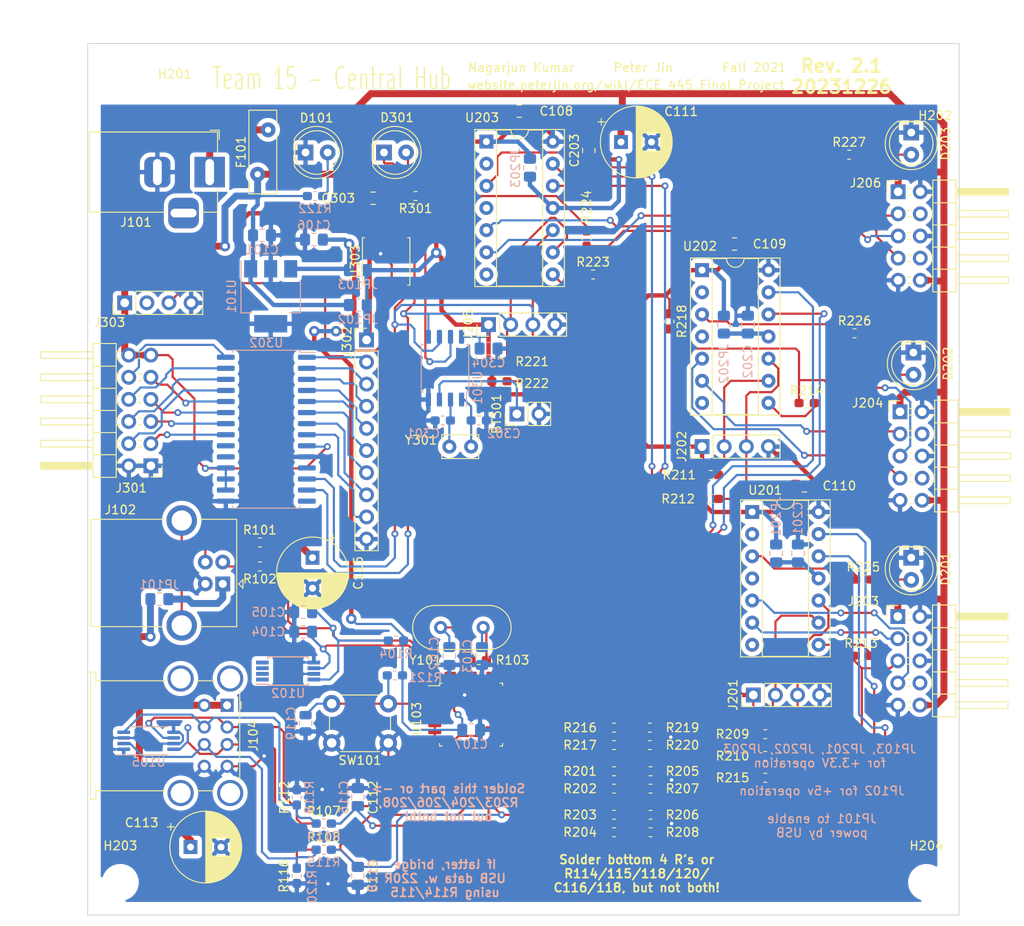
<source format=kicad_pcb>
(kicad_pcb (version 20211014) (generator pcbnew)
  (layers (0 "F.Cu" signal) (31 "B.Cu" signal) (34 "B.Paste" user) (35 "F.Paste" user) (36 "B.SilkS" user "B.Silkscreen") (37 "F.SilkS" user "F.Silkscreen") (38 "B.Mask" user) (39 "F.Mask" user) (44 "Edge.Cuts" user))
  (net 0 "")
  (net 1 "GND")
  (net 2 "+5V")
  (net 3 "Net-(C102-Pad1)")
  (net 4 "Net-(C103-Pad1)")
  (net 5 "Net-(C104-Pad1)")
  (net 6 "Net-(C105-Pad1)")
  (net 7 "+3V3")
  (net 8 "Net-(C112-Pad1)")
  (net 9 "Net-(C114-Pad1)")
  (net 10 "Net-(C201-Pad1)")
  (net 11 "Net-(C202-Pad1)")
  (net 12 "Net-(C203-Pad1)")
  (net 14 "unconnected-(J102-Pad5)")
  (net 15 "Net-(J102-Pad3)")
  (net 16 "Net-(J102-Pad2)")
  (net 17 "Net-(J102-Pad1)")
  (net 18 "Net-(J104-Pad2)")
  (net 19 "Net-(J104-Pad3)")
  (net 20 "Net-(J104-Pad6)")
  (net 21 "Net-(J104-Pad7)")
  (net 22 "Net-(J201-Pad3)")
  (net 23 "Net-(J201-Pad2)")
  (net 24 "Net-(J202-Pad3)")
  (net 25 "Net-(J202-Pad2)")
  (net 27 "Net-(J203-Pad7)")
  (net 28 "Net-(J203-Pad5)")
  (net 30 "Net-(J203-Pad3)")
  (net 32 "Net-(J204-Pad7)")
  (net 33 "Net-(J204-Pad5)")
  (net 35 "Net-(J204-Pad3)")
  (net 37 "Net-(J206-Pad7)")
  (net 38 "Net-(J206-Pad5)")
  (net 40 "Net-(J206-Pad3)")
  (net 41 "Net-(R103-Pad1)")
  (net 42 "Net-(R201-Pad1)")
  (net 43 "Net-(R202-Pad1)")
  (net 44 "Net-(R203-Pad1)")
  (net 45 "Net-(R204-Pad1)")
  (net 46 "Net-(R213-Pad2)")
  (net 47 "Net-(R214-Pad2)")
  (net 48 "Net-(R216-Pad1)")
  (net 49 "Net-(R217-Pad1)")
  (net 50 "Net-(R223-Pad2)")
  (net 61 "DP6")
  (net 62 "DM6")
  (net 63 "DP5")
  (net 64 "DM5")
  (net 65 "DP7")
  (net 66 "DM7")
  (net 67 "MCP2221A_VDD")
  (net 68 "Net-(C119-Pad1)")
  (net 69 "Net-(D101-Pad2)")
  (net 70 "Net-(D201-Pad2)")
  (net 71 "Net-(D202-Pad2)")
  (net 72 "Net-(D203-Pad2)")
  (net 73 "Net-(R225-Pad1)")
  (net 74 "Net-(R226-Pad1)")
  (net 75 "Net-(R227-Pad1)")
  (net 76 "INT_SCL")
  (net 77 "INT_SDA")
  (net 83 "Net-(F101-Pad2)")
  (net 84 "Net-(BT301-Pad1)")
  (net 85 "Net-(C301-Pad1)")
  (net 86 "Net-(C302-Pad1)")
  (net 87 "/Sheet61787B0F/Sheet61914CDA/EXT7")
  (net 88 "/Sheet61787B0F/Sheet61914CDA/EXT3")
  (net 89 "/Sheet61787B0F/Sheet61914CDA/EXT6")
  (net 90 "/Sheet61787B0F/Sheet61914CDA/EXT2")
  (net 91 "/Sheet61787B0F/Sheet61914CDA/EXT5")
  (net 92 "/Sheet61787B0F/Sheet61914CDA/EXT1")
  (net 93 "/Sheet61787B0F/Sheet61914CDA/EXT4")
  (net 94 "/Sheet61787B0F/Sheet61914CDA/EXT0")
  (net 95 "Net-(J302-Pad9)")
  (net 96 "Net-(J302-Pad8)")
  (net 97 "Net-(J302-Pad7)")
  (net 98 "Net-(J302-Pad6)")
  (net 99 "Net-(J302-Pad5)")
  (net 100 "Net-(J302-Pad4)")
  (net 101 "Net-(J302-Pad3)")
  (net 102 "Net-(J302-Pad2)")
  (net 103 "Net-(J303-Pad3)")
  (net 110 "Net-(D301-Pad2)")
  (net 111 "Net-(D301-Pad1)")
  (footprint "Capacitor_SMD:C_0805_2012Metric_Pad1.15x1.40mm_HandSolder" (layer "F.Cu") (at 101 126.4625 90)
    (fp_text reference "C112")
    (fp_text value "22pF")
  )
  (footprint "Capacitor_SMD:C_0805_2012Metric_Pad1.15x1.40mm_HandSolder" (layer "F.Cu") (at 101 135.5 -90)
    (fp_text reference "C114")
    (fp_text value "22pF")
  )
  (footprint "Connector_USB:USB_B_OST_USB-B1HSxx_Horizontal" (layer "F.Cu") (at 85.5 102 180)
    (fp_text reference "J102")
    (fp_text value "USB_B")
  )
  (footprint "Connector_USB:USB_A_Wuerth_61400826021_Horizontal_Stacked" (layer "F.Cu") (at 86 115.93 -90)
    (fp_text reference "J104")
    (fp_text value "USB")
  )
  (footprint "Resistor_SMD:R_0603_1608Metric_Pad1.05x0.95mm_HandSolder" (layer "F.Cu") (at 97.0875 129.5)
    (fp_text reference "R107")
    (fp_text value "27")
  )
  (footprint "Resistor_SMD:R_0603_1608Metric_Pad1.05x0.95mm_HandSolder" (layer "F.Cu") (at 97.0875 132.5)
    (fp_text reference "R108")
    (fp_text value "27")
  )
  (footprint "Resistor_SMD:R_0603_1608Metric_Pad1.05x0.95mm_HandSolder" (layer "F.Cu") (at 94 126.5 90)
    (fp_text reference "R112")
    (fp_text value "15k")
  )
  (footprint "Resistor_SMD:R_0603_1608Metric_Pad1.05x0.95mm_HandSolder" (layer "F.Cu") (at 94 135.5 -90)
    (fp_text reference "R116")
    (fp_text value "15k")
  )
  (footprint "Resistor_SMD:R_0603_1608Metric_Pad1.05x0.95mm_HandSolder" (layer "F.Cu") (at 130.4125 123.5 180)
    (fp_text reference "R201")
    (fp_text value "27")
  )
  (footprint "Resistor_SMD:R_0603_1608Metric_Pad1.05x0.95mm_HandSolder" (layer "F.Cu") (at 130.4125 125.5 180)
    (fp_text reference "R202")
    (fp_text value "27")
  )
  (footprint "Resistor_SMD:R_0603_1608Metric_Pad1.05x0.95mm_HandSolder" (layer "F.Cu") (at 130.4125 128.5 180)
    (fp_text reference "R203")
    (fp_text value "27")
  )
  (footprint "Resistor_SMD:R_0603_1608Metric_Pad1.05x0.95mm_HandSolder" (layer "F.Cu") (at 130.4125 130.5 180)
    (fp_text reference "R204")
    (fp_text value "27")
  )
  (footprint "Resistor_SMD:R_0603_1608Metric_Pad1.05x0.95mm_HandSolder" (layer "F.Cu") (at 134.5875 123.5)
    (fp_text reference "R205")
    (fp_text value "15k")
  )
  (footprint "Resistor_SMD:R_0603_1608Metric_Pad1.05x0.95mm_HandSolder" (layer "F.Cu") (at 134.5875 128.5)
    (fp_text reference "R206")
    (fp_text value "15k")
  )
  (footprint "Resistor_SMD:R_0603_1608Metric_Pad1.05x0.95mm_HandSolder" (layer "F.Cu") (at 134.5875 125.5)
    (fp_text reference "R207")
    (fp_text value "15k")
  )
  (footprint "Resistor_SMD:R_0603_1608Metric_Pad1.05x0.95mm_HandSolder" (layer "F.Cu") (at 134.5875 130.5)
    (fp_text reference "R208")
    (fp_text value "15k")
  )
  (footprint "Resistor_SMD:R_0603_1608Metric_Pad1.05x0.95mm_HandSolder" (layer "F.Cu") (at 130.4125 118.5 180)
    (fp_text reference "R216")
    (fp_text value "27")
  )
  (footprint "Resistor_SMD:R_0603_1608Metric_Pad1.05x0.95mm_HandSolder" (layer "F.Cu") (at 130.4125 120.5 180)
    (fp_text reference "R217")
    (fp_text value "27")
  )
  (footprint "Resistor_SMD:R_0603_1608Metric_Pad1.05x0.95mm_HandSolder" (layer "F.Cu") (at 134.5 118.5)
    (fp_text reference "R219")
    (fp_text value "15k")
  )
  (footprint "Resistor_SMD:R_0603_1608Metric_Pad1.05x0.95mm_HandSolder" (layer "F.Cu") (at 134.5 120.5)
    (fp_text reference "R220")
    (fp_text value "15k")
  )
  (footprint "LED_THT:LED_D5.0mm" (layer "F.Cu") (at 95 52.5)
    (fp_text reference "D101")
    (fp_text value "LED")
  )
  (footprint "MountingHole:MountingHole_3.2mm_M3" (layer "F.Cu") (at 166.25 43.75)
    (fp_text reference "H202")
    (fp_text value "MountingHole")
  )
  (footprint "MountingHole:MountingHole_3.2mm_M3" (layer "F.Cu") (at 73.75 136.25)
    (fp_text reference "H203")
    (fp_text value "MountingHole")
  )
  (footprint "MountingHole:MountingHole_3.2mm_M3" (layer "F.Cu") (at 166.25 136.25)
    (fp_text reference "H204")
    (fp_text value "MountingHole")
  )
  (footprint "MountingHole:MountingHole_3.2mm_M3" (layer "F.Cu") (at 73.75 43.75)
    (fp_text reference "H201")
    (fp_text value "MountingHole")
  )
  (footprint "Capacitor_SMD:C_0805_2012Metric_Pad1.15x1.40mm_HandSolder" (layer "F.Cu") (at 119.525 47.75)
    (fp_text reference "C108")
    (fp_text value ".1uF")
  )
  (footprint "Capacitor_SMD:C_0805_2012Metric_Pad1.15x1.40mm_HandSolder" (layer "F.Cu") (at 144.225 63)
    (fp_text reference "C109")
    (fp_text value ".1uF")
  )
  (footprint "Capacitor_SMD:C_0805_2012Metric_Pad1.15x1.40mm_HandSolder" (layer "F.Cu") (at 152.25 90.75)
    (fp_text reference "C110")
    (fp_text value ".1uF")
  )
  (footprint "Capacitor_SMD:C_0805_2012Metric_Pad1.15x1.40mm_HandSolder" (layer "F.Cu") (at 127.5 52.275 90)
    (fp_text reference "C203")
    (fp_text value "1uF")
  )
  (footprint "LED_THT:LED_D5.0mm" (layer "F.Cu") (at 164.5 99 -90)
    (fp_text reference "D201")
    (fp_text value "LED")
  )
  (footprint "LED_THT:LED_D5.0mm" (layer "F.Cu") (at 164.75 75.46 -90)
    (fp_text reference "D202")
    (fp_text value "LED")
  )
  (footprint "LED_THT:LED_D5.0mm" (layer "F.Cu") (at 164.5 50.21 -90)
    (fp_text reference "D203")
    (fp_text value "LED")
  )
  (footprint "Connector_PinHeader_2.54mm:PinHeader_1x04_P2.54mm_Vertical" (layer "F.Cu") (at 146.38 114.75 90)
    (fp_text reference "J201")
    (fp_text value "Conn_01x04")
  )
  (footprint "Connector_PinHeader_2.54mm:PinHeader_1x04_P2.54mm_Vertical" (layer "F.Cu") (at 140.5 86.25 90)
    (fp_text reference "J202")
    (fp_text value "Conn_01x04")
  )
  (footprint "Connector_PinHeader_2.54mm:PinHeader_2x05_P2.54mm_Horizontal" (layer "F.Cu") (at 162.96 105.75)
    (fp_text reference "J203")
    (fp_text value "Conn_02x05_Odd_Even")
  )
  (footprint "Connector_PinHeader_2.54mm:PinHeader_2x05_P2.54mm_Horizontal" (layer "F.Cu") (at 163.21 82.25)
    (fp_text reference "J204")
    (fp_text value "Conn_02x05_Odd_Even")
  )
  (footprint "Connector_PinHeader_2.54mm:PinHeader_1x04_P2.54mm_Vertical" (layer "F.Cu") (at 116 72.25 90)
    (fp_text reference "J205")
    (fp_text value "Conn_01x04")
  )
  (footprint "Connector_PinHeader_2.54mm:PinHeader_2x05_P2.54mm_Horizontal" (layer "F.Cu") (at 163 57)
    (fp_text reference "J206")
    (fp_text value "Conn_02x05_Odd_Even")
  )
  (footprint "Resistor_SMD:R_0603_1608Metric_Pad1.05x0.95mm_HandSolder" (layer "F.Cu") (at 147.75 119.25)
    (fp_text reference "R209")
    (fp_text value "2.2k")
  )
  (footprint "Resistor_SMD:R_0603_1608Metric_Pad1.05x0.95mm_HandSolder" (layer "F.Cu") (at 147.75 121.75)
    (fp_text reference "R210")
    (fp_text value "2.2k")
  )
  (footprint "Resistor_SMD:R_0603_1608Metric_Pad1.05x0.95mm_HandSolder" (layer "F.Cu") (at 141.5 89.5)
    (fp_text reference "R211")
    (fp_text value "2.2k")
  )
  (footprint "Resistor_SMD:R_0603_1608Metric_Pad1.05x0.95mm_HandSolder" (layer "F.Cu") (at 141.5 92.25)
    (fp_text reference "R212")
    (fp_text value "2.2k")
  )
  (footprint "Resistor_SMD:R_0603_1608Metric_Pad1.05x0.95mm_HandSolder" (layer "F.Cu") (at 158.75 110.25)
    (fp_text reference "R213")
    (fp_text value "220")
  )
  (footprint "Resistor_SMD:R_0603_1608Metric_Pad1.05x0.95mm_HandSolder" (layer "F.Cu") (at 152.5 81.25)
    (fp_text reference "R214")
    (fp_text value "220")
  )
  (footprint "Resistor_SMD:R_0603_1608Metric_Pad1.05x0.95mm_HandSolder" (layer "F.Cu") (at 147.75 124.25)
    (fp_text reference "R215")
    (fp_text value "15k")
  )
  (footprint "Resistor_SMD:R_0603_1608Metric_Pad1.05x0.95mm_HandSolder" (layer "F.Cu") (at 136.75 71.875 -90)
    (fp_text reference "R218")
    (fp_text value "15k")
  )
  (footprint "Resistor_SMD:R_0603_1608Metric_Pad1.05x0.95mm_HandSolder" (layer "F.Cu") (at 117.25 76.5)
    (fp_text reference "R221")
    (fp_text value "2.2k")
  )
  (footprint "Resistor_SMD:R_0603_1608Metric_Pad1.05x0.95mm_HandSolder" (layer "F.Cu") (at 117.25 78.75)
    (fp_text reference "R222")
    (fp_text value "2.2k")
  )
  (footprint "Resistor_SMD:R_0603_1608Metric_Pad1.05x0.95mm_HandSolder" (layer "F.Cu") (at 128 66.5)
    (fp_text reference "R223")
    (fp_text value "220")
  )
  (footprint "Resistor_SMD:R_0603_1608Metric_Pad1.05x0.95mm_HandSolder" (layer "F.Cu") (at 127.25 62.375 -90)
    (fp_text reference "R224")
    (fp_text value "15k")
  )
  (footprint "Resistor_SMD:R_0603_1608Metric_Pad1.05x0.95mm_HandSolder" (layer "F.Cu") (at 159 101.5)
    (fp_text reference "R225")
    (fp_text value "220")
  )
  (footprint "Resistor_SMD:R_0603_1608Metric_Pad1.05x0.95mm_HandSolder" (layer "F.Cu") (at 158 73.25)
    (fp_text reference "R226")
    (fp_text value "220")
  )
  (footprint "Resistor_SMD:R_0603_1608Metric_Pad1.05x0.95mm_HandSolder" (layer "F.Cu") (at 157.375 52.75)
    (fp_text reference "R227")
    (fp_text value "220")
  )
  (footprint "Package_DIP:DIP-14_W7.62mm_Socket" (layer "F.Cu") (at 146.25 93.75)
    (fp_text reference "U201")
    (fp_text value "MCP2221AxSL")
  )
  (footprint "Package_DIP:DIP-14_W7.62mm_Socket" (layer "F.Cu") (at 140.5 66)
    (fp_text reference "U202")
    (fp_text value "MCP2221AxSL")
  )
  (footprint "Package_DIP:DIP-14_W7.62mm_Socket" (layer "F.Cu") (at 115.75 51.25)
    (fp_text reference "U203")
    (fp_text value "MCP2221AxSL")
  )
  (footprint "Package_QFP:LQFP-32_7x7mm_P0.8mm" (layer "F.Cu") (at 114 117)
    (fp_text reference "U103")
    (fp_text value "TUSB2046I")
  )
  (footprint "Button_Switch_THT:SW_PUSH_6mm_H7.3mm" (layer "F.Cu") (at 104.5 120.25 180)
    (fp_text reference "SW101")
    (fp_text value "SW_Push")
  )
  (footprint "Connector_BarrelJack:BarrelJack_Horizontal" (layer "F.Cu") (at 84 54.75)
    (fp_text reference "J101")
    (fp_text value "Barrel_Jack_Switch")
  )
  (footprint "Fuse:Fuse_Bourns_MF-RHT200" (layer "F.Cu") (at 89.5 55 90)
    (fp_text reference "F101")
    (fp_text value "Polyfuse")
  )
  (footprint "Connector_PinHeader_2.54mm:PinHeader_1x02_P2.54mm_Vertical" (layer "F.Cu") (at 119.25 82.5 90)
    (fp_text reference "BT301")
    (fp_text value "Battery_Cell")
  )
  (footprint "Capacitor_THT:C_Rect_L4.0mm_W2.5mm_P2.50mm" (layer "F.Cu") (at 114 86.25 180)
    (fp_text reference "Y301")
    (fp_text value "Crystal")
  )
  (footprint "Resistor_SMD:R_0603_1608Metric_Pad1.05x0.95mm_HandSolder" (layer "F.Cu") (at 114.875 110.75)
    (fp_text reference "R103")
    (fp_text value "1.5k")
  )
  (footprint "Crystal:Crystal_HC49-U_Vertical" (layer "F.Cu") (at 110.5 107)
    (fp_text reference "Y101")
    (fp_text value "6MHz")
  )
  (footprint "Capacitor_SMD:C_0805_2012Metric_Pad1.15x1.40mm_HandSolder" (layer "F.Cu") (at 102.75 57.75)
    (fp_text reference "C303")
    (fp_text value "1uF")
  )
  (footprint "Connector_PinHeader_2.54mm:PinHeader_2x06_P2.54mm_Horizontal" (layer "F.Cu") (at 77.25 88.45 180)
    (fp_text reference "J301")
    (fp_text value "Conn_02x06_Odd_Even")
  )
  (footprint "Connector_PinHeader_2.54mm:PinHeader_1x10_P2.54mm_Vertical" (layer "F.Cu") (at 102 74)
    (fp_text reference "J302")
    (fp_text value "Conn_01x10")
  )
  (footprint "Connector_PinHeader_2.54mm:PinHeader_1x04_P2.54mm_Vertical" (layer "F.Cu") (at 74.25 69.75 90)
    (fp_text reference "J303")
    (fp_text value "Conn_01x04")
  )
  (footprint "Resistor_SMD:R_0603_1608Metric_Pad1.05x0.95mm_HandSolder" (layer "F.Cu") (at 89.75 97.25)
    (fp_text reference "R101")
    (fp_text value "27")
  )
  (footprint "Resistor_SMD:R_0603_1608Metric_Pad1.05x0.95mm_HandSolder" (layer "F.Cu") (at 89.75 100 180)
    (fp_text reference "R102")
    (fp_text value "27")
  )
  (footprint "Package_SO:SOIC-8_5.23x5.23mm_P1.27mm" (layer "F.Cu") (at 104.25 65 90)
    (fp_text reference "U303")
    (fp_text value "DS2482-100")
  )
  (footprint "LED_THT:LED_D5.0mm" (layer "F.Cu") (at 104 52.5)
    (fp_text reference "D301")
    (fp_text value "LED")
  )
  (footprint "Resistor_SMD:R_0603_1608Metric_Pad1.05x0.95mm_HandSolder" (layer "F.Cu") (at 107.625 57.5 180)
    (fp_text reference "R301")
    (fp_text value "220")
  )
  (footprint "Capacitor_THT:CP_Radial_D8.0mm_P3.50mm" (layer "F.Cu") (at 81.8 132.2)
    (fp_text reference "C113")
    (fp_text value "C_Polarized")
  )
  (footprint "Capacitor_THT:CP_Radial_D8.0mm_P3.50mm" (layer "F.Cu") (at 131.2 51.3)
    (fp_text reference "C111")
    (fp_text value "C_Polarized")
  )
  (footprint "Capacitor_THT:CP_Radial_D8.0mm_P3.50mm" (layer "F.Cu") (at 95.8 99 -90)
    (fp_text reference "C115")
    (fp_text value "C_Polarized")
  )
  (footprint "Capacitor_SMD:C_0805_2012Metric_Pad1.15x1.40mm_HandSolder" (layer "B.Cu") (at 90 62)
    (fp_text reference "C101")
    (fp_text value "10uF")
  )
  (footprint "Capacitor_SMD:C_0805_2012Metric_Pad1.15x1.40mm_HandSolder" (layer "B.Cu") (at 95.9625 62.5 180)
    (fp_text reference "C106")
    (fp_text value "1uF")
  )
  (footprint "Capacitor_SMD:C_0805_2012Metric_Pad1.15x1.40mm_HandSolder" (layer "B.Cu") (at 101 126.4625 90)
    (fp_text reference "C116")
    (fp_text value "22pF")
  )
  (footprint "Capacitor_SMD:C_0805_2012Metric_Pad1.15x1.40mm_HandSolder" (layer "B.Cu") (at 101 135.5 -90)
    (fp_text reference "C118")
    (fp_text value "22pF")
  )
  (footprint "Resistor_SMD:R_0805_2012Metric_Pad1.15x1.40mm_HandSolder" (layer "B.Cu") (at 78.225 103.75 180)
    (fp_text reference "JP101")
    (fp_text value "Jumper_2_Open")
  )
  (footprint "Resistor_SMD:R_0805_2012Metric_Pad1.15x1.40mm_HandSolder" (layer "B.Cu") (at 101 70)
    (fp_text reference "JP102")
    (fp_text value "Select 5V for MCP")
  )
  (footprint "Resistor_SMD:R_0805_2012Metric_Pad1.15x1.40mm_HandSolder" (layer "B.Cu") (at 101 66)
    (fp_text reference "JP103")
    (fp_text value "Select 3.3V for MCP")
  )
  (footprint "Resistor_SMD:R_0603_1608Metric_Pad1.05x0.95mm_HandSolder" (layer "B.Cu") (at 97.0875 129.5)
    (fp_text reference "R114")
    (fp_text value "27")
  )
  (footprint "Resistor_SMD:R_0603_1608Metric_Pad1.05x0.95mm_HandSolder" (layer "B.Cu") (at 97.0875 132.5)
    (fp_text reference "R115")
    (fp_text value "27")
  )
  (footprint "Resistor_SMD:R_0603_1608Metric_Pad1.05x0.95mm_HandSolder" (layer "B.Cu") (at 94 126.5 90)
    (fp_text reference "R118")
    (fp_text value "15k")
  )
  (footprint "Resistor_SMD:R_0603_1608Metric_Pad1.05x0.95mm_HandSolder" (layer "B.Cu") (at 94 135.5 -90)
    (fp_text reference "R120")
    (fp_text value "15k")
  )
  (footprint "Package_TO_SOT_SMD:SOT-223-3_TabPin2" (layer "B.Cu") (at 91 69 -90)
    (fp_text reference "U101")
    (fp_text value "MCP1826S")
  )
  (footprint "Package_SO:TSSOP-8_4.4x3mm_P0.65mm" (layer "B.Cu") (at 77 120)
    (fp_text reference "U105")
    (fp_text value "SN75240")
  )
  (footprint "Resistor_SMD:R_0603_1608Metric_Pad1.05x0.95mm_HandSolder" (layer "B.Cu") (at 96.0875 57.5)
    (fp_text reference "R122")
    (fp_text value "220")
  )
  (footprint "Capacitor_SMD:C_0805_2012Metric_Pad1.15x1.40mm_HandSolder" (layer "B.Cu") (at 151.5 98.5 90)
    (fp_text reference "C201")
    (fp_text value "1uF")
  )
  (footprint "Capacitor_SMD:C_0805_2012Metric_Pad1.15x1.40mm_HandSolder" (layer "B.Cu") (at 145.75 72.25 90)
    (fp_text reference "C202")
    (fp_text value "1uF")
  )
  (footprint "Resistor_SMD:R_0805_2012Metric_Pad1.15x1.40mm_HandSolder" (layer "B.Cu") (at 149 98.5 -90)
    (fp_text reference "JP201")
    (fp_text value "Jumper_2_Open")
  )
  (footprint "Resistor_SMD:R_0805_2012Metric_Pad1.15x1.40mm_HandSolder" (layer "B.Cu") (at 143 72.25 -90)
    (fp_text reference "JP202")
    (fp_text value "Jumper_2_Open")
  )
  (footprint "Resistor_SMD:R_0805_2012Metric_Pad1.15x1.40mm_HandSolder" (layer "B.Cu") (at 120.75 54.25 -90)
    (fp_text reference "JP203")
    (fp_text value "Jumper_2_Open")
  )
  (footprint "Capacitor_SMD:C_0805_2012Metric_Pad1.15x1.40mm_HandSolder" (layer "B.Cu") (at 114 118.75)
    (fp_text reference "C107")
    (fp_text value ".1uF")
  )
  (footprint "Capacitor_SMD:C_0805_2012Metric" (layer "B.Cu") (at 95 118 -90)
    (fp_text reference "C119")
    (fp_text value "1uF")
  )
  (footprint "Resistor_SMD:R_0603_1608Metric_Pad1.05x0.95mm_HandSolder" (layer "B.Cu") (at 105.25 112.5 180)
    (fp_text reference "R121")
    (fp_text value "15k")
  )
  (footprint "Capacitor_SMD:C_0603_1608Metric_Pad1.05x0.95mm_HandSolder" (layer "B.Cu") (at 110.75 83.25 180)
    (fp_text reference "C301")
    (fp_text value "4.7pf")
  )
  (footprint "Capacitor_SMD:C_0603_1608Metric_Pad1.05x0.95mm_HandSolder" (layer "B.Cu") (at 114.875 83.25)
    (fp_text reference "C302")
    (fp_text value "4.7pf")
  )
  (footprint "Capacitor_SMD:C_0805_2012Metric_Pad1.15x1.40mm_HandSolder" (layer "B.Cu") (at 116 75)
    (fp_text reference "C304")
    (fp_text value "1uF")
  )
  (footprint "Package_SO:SOIC-8_5.23x5.23mm_P1.27mm" (layer "B.Cu") (at 111 77.25 90)
    (fp_text reference "U301")
    (fp_text value "MCP7940N-xSN")
  )
  (footprint "Capacitor_SMD:C_0805_2012Metric_Pad1.15x1.40mm_HandSolder" (layer "B.Cu") (at 111.5 110.275 -90)
    (fp_text reference "C102")
    (fp_text value "22pF")
  )
  (footprint "Capacitor_SMD:C_0805_2012Metric_Pad1.15x1.40mm_HandSolder" (layer "B.Cu") (at 115.25 110.275 -90)
    (fp_text reference "C103")
    (fp_text value "22pF")
  )
  (footprint "Capacitor_SMD:C_0805_2012Metric_Pad1.15x1.40mm_HandSolder" (layer "B.Cu") (at 94.725 107.5 180)
    (fp_text reference "C104")
    (fp_text value "22pf")
  )
  (footprint "Capacitor_SMD:C_0805_2012Metric_Pad1.15x1.40mm_HandSolder" (layer "B.Cu") (at 94.725 105.25 180)
    (fp_text reference "C105")
    (fp_text value "22pf")
  )
  (footprint "Resistor_SMD:R_0603_1608Metric_Pad1.05x0.95mm_HandSolder" (layer "B.Cu") (at 105.375 108.5)
    (fp_text reference "R104")
    (fp_text value "1.5k")
  )
  (footprint "Package_SO:TSSOP-8_4.4x3mm_P0.65mm" (layer "B.Cu") (at 93 112)
    (fp_text reference "U102")
    (fp_text value "SN75240")
  )
  (footprint "Package_SO:SOIC-28W_7.5x17.9mm_P1.27mm" (layer "B.Cu") (at 90.5 84.25 180)
    (fp_text reference "U302")
    (fp_text value "MCP23017_SO")
  )
  (gr_line (start 170 40) (end 170 140) (layer "Edge.Cuts") (width 0.1))
  (gr_line (start 70 40) (end 170 40) (layer "Edge.Cuts") (width 0.1))
  (gr_line (start 170 140) (end 70 140) (layer "Edge.Cuts") (width 0.1))
  (gr_line (start 70 140) (end 70 40) (layer "Edge.Cuts") (width 0.1))
  (gr_text "JP103, JP201, JP202, JP203\nfor +3.3V operation" (at 154 121.75) (layer "B.SilkS") (effects (font (size 1 1)) (justify mirror)))
  (gr_text "If latter, bridge\nUSB data w. 220R\nusing R114/115" (at 111 135.8) (layer "B.SilkS") (effects (font (size 1 1) (thickness 0.2)) (justify mirror)))
  (gr_text "Solder this part or ->\nR203/204/206/208,\nbut not both!" (at 111.4 127.1) (layer "B.SilkS") (effects (font (size 1 1) (thickness 0.2)) (justify mirror)))
  (gr_text "JP101 to enable\npower by USB" (at 154.25 129.75) (layer "B.SilkS") (effects (font (size 1 1)) (justify mirror)))
  (gr_text "JP102 for +5v operation" (at 154.25 125.75) (layer "B.SilkS") (effects (font (size 1 1)) (justify mirror)))
  (gr_text "Nagarjun Kumar" (at 119.75 42.75) (layer "F.SilkS") (effects (font (size 1 1))))
  (gr_text "Rev. 2.1\n20231226" (at 156.5 43.75) (layer "F.SilkS") (effects (font (size 1.5 1.5) (thickness 0.3))))
  (gr_text "Solder bottom 4 R's or\nR114/115/118/120/\nC116/118, but not both!" (at 133 135.25) (layer "F.SilkS") (effects (font (size 1 1) (thickness 0.2))))
  (gr_text "website.peterjin.org/wiki/ECE_445_Final_Project" (at 131.75 44.75) (layer "F.SilkS") (effects (font (size 1 1))))
  (gr_text "Team 15 - Central Hub" (at 98 44) (layer "F.SilkS") (effects (font (size 2.5 1.5))))
  (gr_text "Fall 2021" (at 146.5 42.75) (layer "F.SilkS") (effects (font (size 1 1))))
  (gr_text "Peter Jin" (at 133.75 42.75) (layer "F.SilkS") (effects (font (size 1 1))))
  (segment (start 96.9125 125.5875) (end 100.8375 125.5875) (width 0.25) (layer "F.Cu") (net 1))
  (segment (start 97.5875 136.4125) (end 100.875 136.4125) (width 0.25) (layer "F.Cu") (net 1))
  (segment (start 103.615 64.115) (end 104.885 65.385) (width 0.25) (layer "F.Cu") (net 1))
  (segment (start 109.825 119.8) (end 109.825 119) (width 0.25) (layer "F.Cu") (net 1))
  (segment (start 104.885 65.385) (end 104.885 68.6) (width 0.25) (layer "F.Cu") (net 1))
  (segment (start 123.37 51.25) (end 123.37 50.57) (width 0.5) (layer "F.Cu") (net 1))
  (segment (start 145.25 65.5) (end 145.75 66) (width 0.5) (layer "F.Cu") (net 1))
  (segment (start 94 125.5875) (end 96.9125 125.5875) (width 0.25) (layer "F.Cu") (net 1))
  (segment (start 135.5 129.5) (end 137 129.5) (width 0.25) (layer "F.Cu") (net 1))
  (segment (start 123.37 51.25) (end 127.5 51.25) (width 0.5) (layer "F.Cu") (net 1))
  (segment (start 123.37 50.57) (end 120.55 47.75) (width 0.5) (layer "F.Cu") (net 1))
  (segment (start 100.8375 125.5875) (end 101 125.425) (width 0.25) (layer "F.Cu") (net 1))
  (segment (start 150.324999 87.099999) (end 153.275 90.05) (width 0.5) (layer "F.Cu") (net 1))
  (segment (start 96.9125 125.5875) (end 96.9125 124.8375) (width 0.25) (layer "F.Cu") (net 1))
  (segment (start 89.07 122.93) (end 90.25 121.75) (width 0.25) (layer "F.Cu") (net 1))
  (segment (start 114.4 114.35) (end 114.4 112.825) (width 0.25) (layer "F.Cu") (net 1))
  (segment (start 113.25 114.75) (end 114 114.75) (width 0.25) (layer "F.Cu") (net 1))
  (segment (start 108.5 122.75) (end 109.825 121.425) (width 0.25) (layer "F.Cu") (net 1))
  (segment (start 109.825 118.2) (end 109.825 119) (width 0.25) (layer "F.Cu") (net 1))
  (segment (start 99 122.75) (end 104.5 122.75) (width 0.25) (layer "F.Cu") (net 1))
  (segment (start 112.25 114.75) (end 112 114.5) (width 0.25) (layer "F.Cu") (net 1))
  (segment (start 135.4125 118.5) (end 135.4125 119.5875) (width 0.25) (layer "F.Cu") (net 1))
  (segment (start 153.275 90.05) (end 153.275 90.75) (width 0.5) (layer "F.Cu") (net 1))
  (segment (start 96.9125 124.8375) (end 99 122.75) (width 0.25) (layer "F.Cu") (net 1))
  (segment (start 103.615 61.4) (end 103.615 57.91) (width 0.25) (layer "F.Cu") (net 1))
  (segment (start 103.615 64.115) (end 103.615 64.115) (width 0.25) (layer "F.Cu") (net 1))
  (segment (start 148.969999 87.099999) (end 150.324999 87.099999) (width 0.5) (layer "F.Cu") (net 1))
  (segment (start 153.87 91.345) (end 153.275 90.75) (width 0.5) (layer "F.Cu") (net 1))
  (segment (start 112 114.5) (end 112 112.825) (width 0.25) (layer "F.Cu") (net 1))
  (segment (start 100.875 136.4125) (end 101 136.5375) (width 0.25) (layer "F.Cu") (net 1))
  (segment (start 135.5 124.5) (end 137 124.5) (width 0.25) (layer "F.Cu") (net 1))
  (segment (start 113.25 114.75) (end 112.25 114.75) (width 0.25) (layer "F.Cu") (net 1))
  (segment (start 148.12 86.25) (end 148.969999 87.099999) (width 0.5) (layer "F.Cu") (net 1))
  (segment (start 135.4125 119.5875) (end 136.9125 119.5875) (width 0.25) (layer "F.Cu") (net 1))
  (segment (start 145.25 63) (end 145.25 65.5) (width 0.5) (layer "F.Cu") (net 1))
  (segment (start 145.75 66) (end 148.12 66) (width 0.5) (layer "F.Cu") (net 1))
  (segment (start 153.87 93.75) (end 153.87 91.345) (width 0.5) (layer "F.Cu") (net 1))
  (segment (start 135.4125 119.5875) (end 135.4125 120.5) (width 0.25) (layer "F.Cu") (net 1))
  (segment (start 94 136.4125) (end 97.5875 136.4125) (width 0.25) (layer "F.Cu") (net 1))
  (segment (start 135.5 128.5) (end 135.5 129.5) (width 0.25) (layer "F.Cu") (net 1))
  (segment (start 114 114.75) (end 114.4 114.35) (width 0.25) (layer "F.Cu") (net 1))
  (segment (start 109.825 121.425) (end 109.825 119.8) (width 0.25) (layer "F.Cu") (net 1))
  (segment (start 104.5 120.25) (end 104.5 122.75) (width 0.25) (layer "F.Cu") (net 1))
  (segment (start 135.5 124.5) (end 135.5 125.5) (width 0.25) (layer "F.Cu") (net 1))
  (segment (start 115.2 112.825) (end 114.4 112.825) (width 0.25) (layer "F.Cu") (net 1))
  (segment (start 135.5 123.5) (end 135.5 124.5) (width 0.25) (layer "F.Cu") (net 1))
  (segment (start 86 122.93) (end 89.07 122.93) (width 0.25) (layer "F.Cu") (net 1))
  (segment (start 135.5 129.5) (end 135.5 130.5) (width 0.25) (layer "F.Cu") (net 1))
  (segment (start 103.615 57.91) (end 103.775 57.75) (width 0.25) (layer "F.Cu") (net 1))
  (segment (start 104.5 122.75) (end 108.5 122.75) (width 0.25) (layer "F.Cu") (net 1))
  (segment (start 103.615 61.4) (end 103.615 64.115) (width 0.25) (layer "F.Cu") (net 1))
  (via (at 97.5875 136.4125) (size 0.8) (drill 0.4) (layers "F.Cu" "B.Cu") (net 1))
  (via (at 137 129.5) (size 0.8) (drill 0.4) (layers "F.Cu" "B.Cu") (net 1))
  (via (at 96.9125 125.5875) (size 0.8) (drill 0.4) (layers "F.Cu" "B.Cu") (net 1))
  (via (at 136.9125 119.5875) (size 0.8) (drill 0.4) (layers "F.Cu" "B.Cu") (net 1))
  (via (at 90.25 121.75) (size 0.8) (drill 0.4) (layers "F.Cu" "B.Cu") (net 1))
  (via (at 113.25 114.75) (size 0.8) (drill 0.4) (layers "F.Cu" "B.Cu") (net 1))
  (via (at 103.615 64.115) (size 0.8) (drill 0.4) (layers "F.Cu" "B.Cu") (net 1))
  (via (at 137 124.5) (size 0.8) (drill 0.4) (layers "F.Cu" "B.Cu") (net 1))
  (segment (start 76.175 119.675) (end 74.1375 119.675) (width 0.25) (layer "B.Cu") (net 1))
  (segment (start 74.1375 120.975) (end 72.525 120.975) (width 0.25) (layer "B.Cu") (net 1))
  (segment (start 80.551058 119.025) (end 79.8625 119.025) (width 0.25) (layer "B.Cu") (net 1))
  (segment (start 80.92501 119.99999) (end 80.92501 119.398952) (width 0.25) (layer "B.Cu") (net 1))
  (segment (start 94.025 111.025) (end 94.025 112.025) (width 0.25) (layer "B.Cu") (net 1))
  (segment (start 80.6 120.325) (end 80.92501 119.99999) (width 0.25) (layer "B.Cu") (net 1))
  (segment (start 72.525 120.975) (end 72.5 121) (width 0.25) (layer "B.Cu") (net 1))
  (segment (start 74.1375 119.675) (end 72.675 119.675) (width 0.25) (layer "B.Cu") (net 1))
  (segment (start 95.95 111.025) (end 94.025 111.025) (width 0.25) (layer "B.Cu") (net 1))
  (segment (start 91 65.85) (end 91 62.0375) (width 0.5) (layer "B.Cu") (net 1))
  (segment (start 74.1375 119.675) (end 74.826058 119.675) (width 0.25) (layer "B.Cu") (net 1))
  (segment (start 79.8625 120.325) (end 80.6 120.325) (width 0.25) (layer "B.Cu") (net 1))
  (segment (start 93.7 110.7) (end 93.7 107.5) (width 0.25) (layer "B.Cu") (net 1))
  (segment (start 76.825 120.325) (end 76.175 119.675) (width 0.25) (layer "B.Cu") (net 1))
  (segment (start 72.675 119.675) (end 72.5 119.5) (width 0.25) (layer "B.Cu") (net 1))
  (segment (start 94.025 112.025) (end 94.325 112.325) (width 0.25) (layer "B.Cu") (net 1))
  (segment (start 94.025 111.025) (end 93.7 110.7) (width 0.25) (layer "B.Cu") (net 1))
  (segment (start 80.92501 119.398952) (end 80.551058 119.025) (width 0.25) (layer "B.Cu") (net 1))
  (segment (start 78.325 120.325) (end 79.8625 120.325) (width 0.25) (layer "B.Cu") (net 1))
  (segment (start 94.325 112.325) (end 95.95 112.325) (width 0.25) (layer "B.Cu") (net 1))
  (segment (start 79.8625 120.325) (end 76.825 120.325) (width 0.25) (layer "B.Cu") (net 1))
  (segment (start 91 62.0375) (end 91.0375 62) (width 0.5) (layer "B.Cu") (net 1))
  (segment (start 82.4 91.5) (end 84.9 94) (width 0.8) (layer "F.Cu") (net 2))
  (segment (start 72 91.5) (end 82.4 91.5) (width 0.8) (layer "F.Cu") (net 2))
  (segment (start 168.25 67.25) (end 168.25 80) (width 0.8) (layer "F.Cu") (net 2))
  (segment (start 72 91.5) (end 72 64.25) (width 0.8) (layer "F.Cu") (net 2))
  (segment (start 163.81 80) (end 168.25 80) (width 0.8) (layer "F.Cu") (net 2))
  (segment (start 102.5 45.75) (end 131.35 45.75) (width 0.8) (layer "F.Cu") (net 2))
  (segment (start 167.34 115.91) (end 165.5 115.91) (width 0.8) (layer "F.Cu") (net 2))
  (segment (start 168.25 80) (end 168.25 92.25) (width 0.8) (layer "F.Cu") (net 2))
  (segment (start 77.2 108.05) (end 72.2 108.05) (width 0.8) (layer "F.Cu") (net 2))
  (segment (start 163.21 80.6) (end 163.81 80) (width 0.8) (layer "F.Cu") (net 2))
  (segment (start 72 115) (end 72 108.25) (width 0.8) (layer "F.Cu") (net 2))
  (segment (start 89.5 55) (end 99 55) (width 0.8) (layer "F.Cu") (net 2))
  (segment (start 168.25 49.25) (end 168.25 54.75) (width 0.8) (layer "F.Cu") (net 2))
  (segment (start 166.832081 67.25) (end 168.25 67.25) (width 0.8) (layer "F.Cu") (net 2))
  (segment (start 72.93 115.93) (end 72 115) (width 0.8) (layer "F.Cu") (net 2))
  (segment (start 168.25 92.25) (end 168.09 92.41) (width 0.8) (layer "F.Cu") (net 2))
  (segment (start 75.93 115.93) (end 72.93 115.93) (width 0.8) (layer "F.Cu") (net 2))
  (segment (start 162 45.75) (end 164 47.75) (width 0.8) (layer "F.Cu") (net 2))
  (segment (start 164 47.75) (end 166.75 47.75) (width 0.8) (layer "F.Cu") (net 2))
  (segment (start 85.6 95.4) (end 92.2 95.4) (width 0.8) (layer "F.Cu") (net 2))
  (segment (start 131.35 49.45) (end 131.2 49.6) (width 0.8) (layer "F.Cu") (net 2))
  (segment (start 163 57) (end 163 55.35) (width 0.8) (layer "F.Cu") (net 2))
  (segment (start 168.25 115) (end 167.34 115.91) (width 0.8) (layer "F.Cu") (net 2))
  (segment (start 163.21 82.25) (end 163.21 80.6) (width 0.8) (layer "F.Cu") (net 2))
  (segment (start 163.6 54.75) (end 168.25 54.75) (width 0.8) (layer "F.Cu") (net 2))
  (segment (start 162.96 104.1) (end 163.31 103.75) (width 0.8) (layer "F.Cu") (net 2))
  (segment (start 168.25 92.25) (end 168.25 103.75) (width 0.8) (layer "F.Cu") (net 2))
  (segment (start 131.35 45.75) (end 131.35 49.45) (width 0.8) (layer "F.Cu") (net 2))
  (segment (start 86 115.93) (end 83.38 115.93) (width 0.8) (layer "F.Cu") (net 2))
  (segment (start 75.93 125.53) (end 81.8 131.4) (width 0.8) (layer "F.Cu") (net 2))
  (segment (start 84.9 94) (end 84.9 94.7) (width 0.8) (layer "F.Cu") (net 2))
  (segment (start 163.31 103.75) (end 168.25 103.75) (width 0.8) (layer "F.Cu") (net 2))
  (segment (start 162.96 105.75) (end 162.96 104.1) (width 0.8) (layer "F.Cu") (net 2))
  (segment (start 73 63.25) (end 85.75 63.25) (width 0.8) (layer "F.Cu") (net 2))
  (segment (start 75.93 115.93) (end 75.93 125.53) (width 0.8) (layer "F.Cu") (net 2))
  (segment (start 101 53) (end 101 47.25) (width 0.8) (layer "F.Cu") (net 2))
  (segment (start 165.54 67.16) (end 166.742081 67.16) (width 0.8) (layer "F.Cu") (net 2))
  (segment (start 168.25 54.75) (end 168.25 67.25) (width 0.8) (layer "F.Cu") (net 2))
  (segment (start 131.2 49.6) (end 131.2 51.3) (width 0.8) (layer "F.Cu") (net 2))
  (segment (start 99 55) (end 101 53) (width 0.8) (layer "F.Cu") (net 2))
  (segment (start 72.2 108.05) (end 72 108.25) (width 0.8) (layer "F.Cu") (net 2))
  (segment (start 81.8 131.4) (end 81.8 132.2) (width 0.8) (layer "F.Cu") (net 2))
  (segment (start 83.38 115.93) (end 75.93 115.93) (width 0.8) (layer "F.Cu") (net 2))
  (segment (start 101 47.25) (end 102.5 45.75) (width 0.8) (layer "F.Cu") (net 2))
  (segment (start 72 108.25) (end 72 91.5) (width 0.8) (layer "F.Cu") (net 2))
  (segment (start 92.2 95.4) (end 95.8 99) (width 0.8) (layer "F.Cu") (net 2))
  (segment (start 166.75 47.75) (end 168.25 49.25) (width 0.8) (layer "F.Cu") (net 2))
  (segment (start 168.09 92.41) (end 165.75 92.41) (width 0.8) (layer "F.Cu") (net 2))
  (segment (start 84.9 94.7) (end 85.6 95.4) (width 0.8) (layer "F.Cu") (net 2))
  (segment (start 163 55.35) (end 163.6 54.75) (width 0.8) (layer "F.Cu") (net 2))
  (segment (start 131.35 45.75) (end 162 45.75) (width 0.8) (layer "F.Cu") (net 2))
  (segment (start 72 64.25) (end 73 63.25) (width 0.8) (layer "F.Cu") (net 2))
  (segment (start 168.25 103.75) (end 168.25 115) (width 0.8) (layer "F.Cu") (net 2))
  (segment (start 166.742081 67.16) (end 166.832081 67.25) (width 0.8) (layer "F.Cu") (net 2))
  (via (at 77.2 108.05) (size 1.2) (drill 0.6) (layers "F.Cu" "B.Cu") (net 2))
  (via (at 85.75 63.25) (size 1.2) (drill 0.6) (layers "F.Cu" "B.Cu") (net 2))
  (segment (start 77.2 108.05) (end 77.2 108.05) (width 0.8) (layer "B.Cu") (net 2))
  (segment (start 89.5 57.5) (end 95.2125 57.5) (width 0.25) (layer "B.Cu") (net 2))
  (segment (start 88.7 67.35) (end 91.35 70) (width 0.5) (layer "B.Cu") (net 2))
  (segment (start 88.7 65.85) (end 88.7 67.35) (width 0.5) (layer "B.Cu") (net 2))
  (segment (start 85.75 63.25) (end 85.75 58.75) (width 0.8) (layer "B.Cu") (net 2))
  (segment (start 85.75 58.75) (end 87 57.5) (width 0.8) (layer "B.Cu") (net 2))
  (segment (start 77.2 103.75) (end 77.2 108.05) (width 0.8) (layer "B.Cu") (net 2))
  (segment (start 87 57.5) (end 89.5 57.5) (width 0.8) (layer "B.Cu") (net 2))
  (segment (start 89.5 58.5) (end 88.975 59.025) (width 0.5) (layer "B.Cu") (net 2))
  (segment (start 88.9625 62) (end 88.9625 65.5875) (width 0.5) (layer "B.Cu") (net 2))
  (segment (start 88.975 59.025) (end 88.975 62) (width 0.5) (layer "B.Cu") (net 2))
  (segment (start 88.9625 65.5875) (end 88.7 65.85) (width 0.5) (layer "B.Cu") (net 2))
  (segment (start 89.5 57.5) (end 89.5 58.5) (width 0.5) (layer "B.Cu") (net 2))
  (segment (start 88.55 66) (end 88.7 65.85) (width 0.5) (layer "B.Cu") (net 2))
  (segment (start 89.5 57.5) (end 89.5 55) (width 0.8) (layer "B.Cu") (net 2))
  (segment (start 99.975 70) (end 91.35 70) (width 0.5) (layer "B.Cu") (net 2))
  (segment (start 112.25 107) (end 110.5 107) (width 0.25) (layer "F.Cu") (net 3))
  (segment (start 112.8 112.825) (end 112.8 107.55) (width 0.25) (layer "F.Cu") (net 3))
  (segment (start 112.8 107.55) (end 112.25 107) (width 0.25) (layer "F.Cu") (net 3))
  (segment (start 111.5 108) (end 110.5 107) (width 0.25) (layer "B.Cu") (net 3))
  (segment (start 111.5 109.25) (end 111.5 108) (width 0.25) (layer "B.Cu") (net 3))
  (segment (start 115.75 110.75) (end 115.75 107.37) (width 0.25) (layer "F.Cu") (net 4))
  (segment (start 115.75 107.37) (end 115.38 107) (width 0.25) (layer "F.Cu") (net 4))
  (segment (start 115.25 107.13) (end 115.38 107) (width 0.25) (layer "B.Cu") (net 4))
  (segment (start 115.25 109.25) (end 115.25 107.13) (width 0.25) (layer "B.Cu") (net 4))
  (segment (start 97.025 109.475) (end 97.424999 109.075001) (width 0.25) (layer "F.Cu") (net 5))
  (segment (start 97.025 109.475) (end 95.3 107.75) (width 0.25) (layer "F.Cu") (net 5))
  (segment (start 108 114.5) (end 108.5 115) (width 0.25) (layer "F.Cu") (net 5))
  (segment (start 106.825001 109.075001) (end 108 110.25) (width 0.25) (layer "F.Cu") (net 5))
  (segment (start 95.3 107.75) (end 93.25 107.75) (width 0.25) (layer "F.Cu") (net 5))
  (segment (start 93.25 107.75) (end 92.25 106.75) (width 0.25) (layer "F.Cu") (net 5))
  (segment (start 92.25 100.75) (end 91.5 100) (width 0.25) (layer "F.Cu") (net 5))
  (segment (start 91.5 100) (end 90.625 100) (width 0.25) (layer "F.Cu") (net 5))
  (segment (start 97.424999 109.075001) (end 106.825001 109.075001) (width 0.25) (layer "F.Cu") (net 5))
  (segment (start 108.5 115) (end 109.825 115) (width 0.25) (layer "F.Cu") (net 5))
  (segment (start 92.25 106.75) (end 92.25 100.75) (width 0.25) (layer "F.Cu") (net 5))
  (segment (start 108 110.25) (end 108 114.5) (width 0.25) (layer "F.Cu") (net 5))
  (via (at 97.025 109.475) (size 0.8) (drill 0.4) (layers "F.Cu" "B.Cu") (net 5))
  (segment (start 97.025 109.475) (end 97.05 109.5) (width 0.25) (layer "B.Cu") (net 5))
  (segment (start 97.075 111.675) (end 97.75 111) (width 0.25) (layer "B.Cu") (net 5))
  (segment (start 95.95 111.675) (end 97.075 111.675) (width 0.25) (layer "B.Cu") (net 5))
  (segment (start 97.75 110.2) (end 97.025 109.475) (width 0.25) (layer "B.Cu") (net 5))
  (segment (start 97.75 111) (end 97.75 110.2) (width 0.25) (layer "B.Cu") (net 5))
  (segment (start 95.75 107.5) (end 95.75 108.2) (width 0.25) (layer "B.Cu") (net 5))
  (segment (start 95.75 108.2) (end 97.025 109.475) (width 0.25) (layer "B.Cu") (net 5))
  (segment (start 109.825 114.2) (end 109.125 113.5) (width 0.25) (layer "F.Cu") (net 6))
  (segment (start 92.25 97.25) (end 90.625 97.25) (width 0.25) (layer "F.Cu") (net 6))
  (segment (start 108.5 113.25) (end 108.5 110) (width 0.25) (layer "F.Cu") (net 6))
  (segment (start 109.125 113.5) (end 108.75 113.5) (width 0.25) (layer "F.Cu") (net 6))
  (segment (start 98.1625 107.9125) (end 98.1625 107.0875) (width 0.25) (layer "F.Cu") (net 6))
  (segment (start 107 108.5) (end 98.75 108.5) (width 0.25) (layer "F.Cu") (net 6))
  (segment (start 98.1625 107.0875) (end 93.8375 107.0875) (width 0.25) (layer "F.Cu") (net 6))
  (segment (start 93 106.25) (end 93 98) (width 0.25) (layer "F.Cu") (net 6))
  (segment (start 108.75 113.5) (end 108.5 113.25) (width 0.25) (layer "F.Cu") (net 6))
  (segment (start 108.5 110) (end 107 108.5) (width 0.25) (layer "F.Cu") (net 6))
  (segment (start 93 98) (end 92.25 97.25) (width 0.25) (layer "F.Cu") (net 6))
  (segment (start 98.75 108.5) (end 98.1625 107.9125) (width 0.25) (layer "F.Cu") (net 6))
  (segment (start 93.8375 107.0875) (end 93 106.25) (width 0.25) (layer "F.Cu") (net 6))
  (via (at 98.1625 107.0875) (size 0.8) (drill 0.4) (layers "F.Cu" "B.Cu") (net 6))
  (segment (start 98.1625 107.0875) (end 98.25 107.175) (width 0.25) (layer "B.Cu") (net 6))
  (segment (start 98.75 112) (end 97.775 112.975) (width 0.25) (layer "B.Cu") (net 6))
  (segment (start 98.75 108.5) (end 98.75 112) (width 0.25) (layer "B.Cu") (net 6))
  (segment (start 98.25 108) (end 98.75 108.5) (width 0.25) (layer "B.Cu") (net 6))
  (segment (start 98.75 108.5) (end 104.5 108.5) (width 0.25) (layer "B.Cu") (net 6))
  (segment (start 96.325 105.25) (end 98.1625 107.0875) (width 0.25) (layer "B.Cu") (net 6))
  (segment (start 98.25 107.175) (end 98.25 108) (width 0.25) (layer "B.Cu") (net 6))
  (segment (start 97.775 112.975) (end 95.95 112.975) (width 0.25) (layer "B.Cu") (net 6))
  (segment (start 95.75 105.25) (end 96.325 105.25) (width 0.25) (layer "B.Cu") (net 6))
  (segment (start 98.5 73) (end 98.5 73) (width 0.5) (layer "F.Cu") (net 7))
  (segment (start 100.25 106) (end 100.25 106) (width 0.5) (layer "F.Cu") (net 7))
  (segment (start 96 73) (end 96 74) (width 0.5) (layer "F.Cu") (net 7))
  (segment (start 100 73) (end 98.5 73) (width 0.5) (layer "F.Cu") (net 7))
  (segment (start 116.2 115.8) (end 116.7 115.8) (width 0.25) (layer "F.Cu") (net 7))
  (segment (start 115.8 118.45) (end 115.2 119.05) (width 0.25) (layer "F.Cu") (net 7))
  (segment (start 100.599999 63.599999) (end 100.599999 72.400001) (width 0.5) (layer "F.Cu") (net 7))
  (segment (start 116.7 118.45) (end 115.8 118.45) (width 0.25) (layer "F.Cu") (net 7))
  (segment (start 97.75 76) (end 99.25 76) (width 0.5) (layer "F.Cu") (net 7))
  (segment (start 109.825 115.8) (end 112.05 115.8) (width 0.25) (layer "F.Cu") (net 7))
  (segment (start 100.599999 72.400001) (end 100 73) (width 0.5) (layer "F.Cu") (net 7))
  (segment (start 118.175 119) (end 117.25 119) (width 0.25) (layer "F.Cu") (net 7))
  (segment (start 112.55 119.45) (end 112 120) (width 0.25) (layer "F.Cu") (net 7))
  (segment (start 115.2 119.45) (end 112.55 119.45) (width 0.25) (layer "F.Cu") (net 7))
  (segment (start 100 76.75) (end 100.25 77) (width 0.5) (layer "F.Cu") (net 7))
  (segment (start 96 74.25) (end 97.75 76) (width 0.5) (layer "F.Cu") (net 7))
  (segment (start 96 74) (end 96 74.25) (width 0.5) (layer "F.Cu") (net 7))
  (segment (start 112.05 115.8) (end 116.2 115.8) (width 0.25) (layer "F.Cu") (net 7))
  (segment (start 116.7 115.8) (end 116.7 118.45) (width 0.25) (layer "F.Cu") (net 7))
  (segment (start 116.8 112.825) (end 116 112.825) (width 0.25) (layer "F.Cu") (net 7))
  (segment (start 116.7 115.8) (end 118.175 115.8) (width 0.25) (layer "F.Cu") (net 7))
  (segment (start 112 121.175) (end 112 120) (width 0.25) (layer "F.Cu") (net 7))
  (segment (start 100.25 77) (end 100.25 106) (width 0.5) (layer "F.Cu") (net 7))
  (segment (start 99.25 76) (end 100 76.75) (width 0.5) (layer "F.Cu") (net 7))
  (segment (start 115.2 119.05) (end 115.2 119.45) (width 0.25) (layer "F.Cu") (net 7))
  (segment (start 115.2 119.45) (end 115.2 121.175) (width 0.25) (layer "F.Cu") (net 7))
  (segment (start 116.2 115.8) (end 116 115.6) (width 0.25) (layer "F.Cu") (net 7))
  (segment (start 112.05 115.8) (end 112.05 116.55) (width 0.25) (layer "F.Cu") (net 7))
  (segment (start 116.7 118.45) (end 117.25 119) (width 0.25) (layer "F.Cu") (net 7))
  (segment (start 112.05 116.55) (end 112.5 117) (width 0.25) (layer "F.Cu") (net 7))
  (segment (start 100 63) (end 100.599999 63.599999) (width 0.5) (layer "F.Cu") (net 7))
  (segment (start 116 115.6) (end 116 112.825) (width 0.25) (layer "F.Cu") (net 7))
  (via (at 100 63) (size 1.2) (drill 0.6) (layers "F.Cu" "B.Cu") (net 7))
  (via (at 112.5 117) (size 0.8) (drill 0.4) (layers "F.Cu" "B.Cu") (net 7))
  (via (at 96 73) (size 1.2) (drill 0.6) (layers "F.Cu" "B.Cu") (net 7))
  (via (at 100.25 106) (size 1.2) (drill 0.6) (layers "F.Cu" "B.Cu") (net 7))
  (via (at 98.5 73) (size 1.2) (drill 0.6) (layers "F.Cu" "B.Cu") (net 7))
  (segment (start 96 73) (end 96 73) (width 0.5) (layer "B.Cu") (net 7))
  (segment (start 99.5 62.5) (end 100 63) (width 0.5) (layer "B.Cu") (net 7))
  (segment (start 106.125 108.625) (end 106.25 108.5) (width 0.25) (layer "B.Cu") (net 7))
  (segment (start 106.25 108.025) (end 106.25 108.5) (width 0.25) (layer "B.Cu") (net 7))
  (segment (start 112.975 118.75) (end 112.975 117.475) (width 0.25) (layer "B.Cu") (net 7))
  (segment (start 98.5 73) (end 96 73) (width 0.5) (layer "B.Cu") (net 7))
  (segment (start 93.3 65.85) (end 99.85 65.85) (width 0.5) (layer "B.Cu") (net 7))
  (segment (start 100.849999 106.599999) (end 104.824999 106.599999) (width 0.25) (layer "B.Cu") (net 7))
  (segment (start 107 118.75) (end 106.125 117.875) (width 0.25) (layer "B.Cu") (net 7))
  (segment (start 106.125 112.5) (end 106.125 108.625) (width 0.25) (layer "B.Cu") (net 7))
  (segment (start 106.125 117.875) (end 106.125 112.5) (width 0.25) (layer "B.Cu") (net 7))
  (segment (start 100 66) (end 100 63) (width 0.5) (layer "B.Cu") (net 7))
  (segment (start 100.25 106) (end 100.849999 106.599999) (width 0.25) (layer "B.Cu") (net 7))
  (segment (start 112.975 117.475) (end 112.5 117) (width 0.25) (layer "B.Cu") (net 7))
  (segment (start 97 62.5) (end 99.5 62.5) (width 0.5) (layer "B.Cu") (net 7))
  (segment (start 112.975 118.75) (end 107 118.75) (width 0.25) (layer "B.Cu") (net 7))
  (segment (start 104.824999 106.599999) (end 106.25 108.025) (width 0.25) (layer "B.Cu") (net 7))
  (segment (start 99.85 65.85) (end 100 66) (width 0.5) (layer "B.Cu") (net 7))
  (segment (start 101 127.5) (end 112.25 127.5) (width 0.25) (layer "F.Cu") (net 8))
  (segment (start 99 129.5) (end 101 127.5) (width 0.25) (layer "F.Cu") (net 8))
  (segment (start 112.25 127.5) (end 112.8 126.95) (width 0.25) (layer "F.Cu") (net 8))
  (segment (start 112.8 126.95) (end 112.8 121.175) (width 0.25) (layer "F.Cu") (net 8))
  (segment (start 98 129.5) (end 99 129.5) (width 0.25) (layer "F.Cu") (net 8))
  (segment (start 113.6 127.4) (end 112.5 128.5) (width 0.25) (layer "F.Cu") (net 9))
  (segment (start 99 132.4625) (end 99.0375 132.5) (width 0.25) (layer "F.Cu") (net 9))
  (segment (start 98 132.5) (end 99.0375 132.5) (width 0.25) (layer "F.Cu") (net 9))
  (segment (start 99.0375 132.5) (end 99.0375 132.4625) (width 0.25) (layer "F.Cu") (net 9))
  (segment (start 99 132.13641) (end 99 132) (width 0.25) (layer "F.Cu") (net 9))
  (segment (start 113.6 121.175) (end 113.6 127.4) (width 0.25) (layer "F.Cu") (net 9))
  (segment (start 112.5 128.5) (end 102.5 128.5) (width 0.25) (layer "F.Cu") (net 9))
  (segment (start 102.5 128.5) (end 99 132) (width 0.25) (layer "F.Cu") (net 9))
  (segment (start 99.0375 132.5) (end 101 134.4625) (width 0.25) (layer "F.Cu") (net 9))
  (segment (start 99 132) (end 99 132.4625) (width 0.25) (layer "F.Cu") (net 9))
  (segment (start 151.5 99.525) (end 152.025 99.525) (width 0.5) (layer "B.Cu") (net 10))
  (segment (start 149 99.525) (end 151.5 99.525) (width 0.5) (layer "B.Cu") (net 10))
  (segment (start 152.025 99.525) (end 153.87 101.37) (width 0.5) (layer "B.Cu") (net 10))
  (segment (start 143 73.275) (end 145.75 73.275) (width 0.5) (layer "B.Cu") (net 11))
  (segment (start 145.75 73.275) (end 147.775 73.275) (width 0.5) (layer "B.Cu") (net 11))
  (segment (start 147.775 73.275) (end 148.12 73.62) (width 0.5) (layer "B.Cu") (net 11))
  (segment (start 127.5 53.3) (end 130.95 53.3) (width 0.5) (layer "F.Cu") (net 12))
  (via (at 130.95 53.3) (size 0.8) (drill 0.4) (layers "F.Cu" "B.Cu") (net 12))
  (segment (start 130.95 58.05) (end 130.95 53.3) (width 0.5) (layer "B.Cu") (net 12))
  (segment (start 130.13 58.87) (end 130.95 58.05) (width 0.5) (layer "B.Cu") (net 12))
  (segment (start 120.75 56.25) (end 123.37 58.87) (width 0.5) (layer "B.Cu") (net 12))
  (segment (start 120.75 55.275) (end 120.75 56.25) (width 0.5) (layer "B.Cu") (net 12))
  (segment (start 123.37 58.87) (end 130.13 58.87) (width 0.5) (layer "B.Cu") (net 12))
  (segment (start 80.79 94.73) (end 80.79 106.77) (width 0.25) (layer "F.Cu") (net 14))
  (segment (start 83.5 97.75) (end 84 97.25) (width 0.25) (layer "F.Cu") (net 15))
  (segment (start 84 97.25) (end 88.875 97.25) (width 0.25) (layer "F.Cu") (net 15))
  (segment (start 83.5 99.5) (end 83.5 97.75) (width 0.25) (layer "F.Cu") (net 15))
  (segment (start 86 100) (end 85.5 99.5) (width 0.25) (layer "F.Cu") (net 16))
  (segment (start 88.875 100) (end 86 100) (width 0.25) (layer "F.Cu") (net 16))
  (segment (start 85.5 102) (end 85.5 103.65) (width 0.8) (layer "B.Cu") (net 17))
  (segment (start 82 104.25) (end 81.5 103.75) (width 0.8) (layer "B.Cu") (net 17))
  (segment (start 81.5 103.75) (end 79.25 103.75) (width 0.8) (layer "B.Cu") (net 17))
  (segment (start 84.9 104.25) (end 82 104.25) (width 0.8) (layer "B.Cu") (net 17))
  (segment (start 85.5 103.65) (end 84.9 104.25) (width 0.8) (layer "B.Cu") (net 17))
  (segment (start 92.5 119) (end 91.93 118.43) (width 0.25) (layer "F.Cu") (net 18))
  (segment (start 77 118) (end 77.645001 117.354999) (width 0.25) (layer "F.Cu") (net 18))
  (segment (start 86.43 118) (end 86 118.43) (width 0.25) (layer "F.Cu") (net 18))
  (segment (start 94.5 129.5) (end 96.2125 129.5) (width 0.25) (layer "F.Cu") (net 18))
  (segment (start 94 129) (end 94.5 129.5) (width 0.25) (layer "F.Cu") (net 18))
  (segment (start 94 127.375) (end 93.525 127.375) (width 0.25) (layer "F.Cu") (net 18))
  (segment (start 91.93 118.43) (end 86 118.43) (width 0.25) (layer "F.Cu") (net 18))
  (segment (start 92.5 126.35) (end 92.5 119) (width 0.25) (layer "F.Cu") (net 18))
  (segment (start 94 127.375) (end 94 129) (width 0.25) (layer "F.Cu") (net 18))
  (segment (start 77.645001 117.354999) (end 84.924999 117.354999) (width 0.25) (layer "F.Cu") (net 18))
  (segment (start 93.525 127.375) (end 92.5 126.35) (width 0.25) (layer "F.Cu") (net 18))
  (segment (start 84.924999 117.354999) (end 86 118.43) (width 0.25) (layer "F.Cu") (net 18))
  (via (at 77 118) (size 0.8) (drill 0.4) (layers "F.Cu" "B.Cu") (net 18))
  (segment (start 79.8625 119.675) (end 78.675 119.675) (width 0.25) (layer "B.Cu") (net 18))
  (segment (start 78.675 119.675) (end 77 118) (width 0.25) (layer "B.Cu") (net 18))
  (segment (start 90.93 120.43) (end 91.5 121) (width 0.25) (layer "F.Cu") (net 19))
  (segment (start 82.863999 121.505001) (end 84.924999 121.505001) (width 0.25) (layer "F.Cu") (net 19))
  (segment (start 86 120.43) (end 84.924999 121.505001) (width 0.25) (layer "F.Cu") (net 19))
  (segment (start 81.5 118.5) (end 81.5 120.141002) (width 0.25) (layer "F.Cu") (net 19))
  (segment (start 92 132.5) (end 94 132.5) (width 0.25) (layer "F.Cu") (net 19))
  (segment (start 86 120.43) (end 90.93 120.43) (width 0.25) (layer "F.Cu") (net 19))
  (segment (start 96.175 132.5) (end 94 132.5) (width 0.25) (layer "F.Cu") (net 19))
  (segment (start 81.5 120.141002) (end 82.863999 121.505001) (width 0.25) (layer "F.Cu") (net 19))
  (segment (start 91.5 132) (end 92 132.5) (width 0.25) (layer "F.Cu") (net 19))
  (segment (start 91.5 121) (end 91.5 132) (width 0.25) (layer "F.Cu") (net 19))
  (segment (start 94 132.5) (end 94 134.5875) (width 0.25) (layer "F.Cu") (net 19))
  (via (at 81.5 118.5) (size 0.8) (drill 0.4) (layers "F.Cu" "B.Cu") (net 19))
  (segment (start 80.58641 120.975) (end 79.8625 120.975) (width 0.25) (layer "B.Cu") (net 19))
  (segment (start 81.5 118.5) (end 81.5 120.06141) (width 0.25) (layer "B.Cu") (net 19))
  (segment (start 81.5 120.06141) (end 80.58641 120.975) (width 0.25) (layer "B.Cu") (net 19))
  (segment (start 76.1625 117) (end 74.1375 119.025) (width 0.25) (layer "B.Cu") (net 20))
  (segment (start 91.354999 117.354999) (end 92 118) (width 0.25) (layer "B.Cu") (net 20))
  (segment (start 92 126.75) (end 92.625 127.375) (width 0.25) (layer "B.Cu") (net 20))
  (segment (start 95.529999 128.854999) (end 94.354999 128.854999) (width 0.25) (layer "B.Cu") (net 20))
  (segment (start 94 128.5) (end 94.354999 128.854999) (width 0.25) (layer "B.Cu") (net 20))
  (segment (start 83.38 118.43) (end 81.95 117) (width 0.25) (layer "B.Cu") (net 20))
  (segment (start 83.38 118.43) (end 84.455001 117.354999) (width 0.25) (layer "B.Cu") (net 20))
  (segment (start 81.95 117) (end 76.1625 117) (width 0.25) (layer "B.Cu") (net 20))
  (segment (start 94 127.4125) (end 94 128.5) (width 0.25) (layer "B.Cu") (net 20))
  (segment (start 92.625 127.375) (end 94 127.375) (width 0.25) (layer "B.Cu") (net 20))
  (segment (start 92 118) (end 92 126.75) (width 0.25) (layer "B.Cu") (net 20))
  (segment (start 96.175 129.5) (end 95.529999 128.854999) (width 0.25) (layer "B.Cu") (net 20))
  (segment (start 84.455001 117.354999) (end 91.354999 117.354999) (width 0.25) (layer "B.Cu") (net 20))
  (segment (start 88.604999 121.854999) (end 90 123.25) (width 0.25) (layer "B.Cu") (net 21))
  (segment (start 90.75 133.5) (end 94 133.5) (width 0.25) (layer "B.Cu") (net 21))
  (segment (start 90 132.75) (end 90.75 133.5) (width 0.25) (layer "B.Cu") (net 21))
  (segment (start 95.795001 133.354999) (end 94.145001 133.354999) (width 0.25) (layer "B.Cu") (net 21))
  (segment (start 74.1375 120.325) (end 74.875 120.325) (width 0.25) (layer "B.Cu") (net 21))
  (segment (start 83.38 120.43) (end 84.804999 121.854999) (width 0.25) (layer "B.Cu") (net 21))
  (segment (start 96.175 132.5) (end 96.175 132.975) (width 0.25) (layer "B.Cu") (net 21))
  (segment (start 94 133.5) (end 94.145001 133.354999) (width 0.25) (layer "B.Cu") (net 21))
  (segment (start 96.175 132.975) (end 95.795001 133.354999) (width 0.25) (layer "B.Cu") (net 21))
  (segment (start 76.404999 121.854999) (end 81.955001 121.854999) (width 0.25) (layer "B.Cu") (net 21))
  (segment (start 94 134.5875) (end 94 133.5) (width 0.25) (layer "B.Cu") (net 21))
  (segment (start 96.175 132.5) (end 96 132.5) (width 0.25) (layer "B.Cu") (net 21))
  (segment (start 81.955001 121.854999) (end 83.38 120.43) (width 0.25) (layer "B.Cu") (net 21))
  (segment (start 90 123.25) (end 90 132.75) (width 0.25) (layer "B.Cu") (net 21))
  (segment (start 84.804999 121.854999) (end 88.604999 121.854999) (width 0.25) (layer "B.Cu") (net 21))
  (segment (start 74.875 120.325) (end 76.404999 121.854999) (width 0.25) (layer "B.Cu") (net 21))
  (segment (start 153.329999 107.864999) (end 151.46 109.734998) (width 0.25) (layer "F.Cu") (net 22))
  (segment (start 154.135001 107.864999) (end 153.329999 107.864999) (width 0.25) (layer "F.Cu") (net 22))
  (segment (start 151 121.75) (end 151.46 121.29) (width 0.25) (layer "F.Cu") (net 22))
  (segment (start 151.46 121.29) (end 151.46 114.75) (width 0.25) (layer "F.Cu") (net 22))
  (segment (start 148.625 121.75) (end 151 121.75) (width 0.25) (layer "F.Cu") (net 22))
  (segment (start 151.46 109.734998) (end 151.46 114.75) (width 0.25) (layer "F.Cu") (net 22))
  (segment (start 153.87 103.91) (end 154.995001 105.035001) (width 0.25) (layer "F.Cu") (net 22))
  (segment (start 154.995001 105.035001) (end 154.995001 107.004999) (width 0.25) (layer "F.Cu") (net 22))
  (segment (start 154.995001 107.004999) (end 154.135001 107.864999) (width 0.25) (layer "F.Cu") (net 22))
  (segment (start 153.87 106.45) (end 153.070001 105.650001) (width 0.25) (layer "F.Cu") (net 23))
  (segment (start 148.625 119.25) (end 148.625 115.045) (width 0.25) (layer "F.Cu") (net 23))
  (segment (start 148.92 106.33) (end 148.92 114.75) (width 0.25) (layer "F.Cu") (net 23))
  (segment (start 148.625 115.045) (end 148.92 114.75) (width 0.25) (layer "F.Cu") (net 23))
  (segment (start 149.599999 105.650001) (end 148.92 106.33) (width 0.25) (layer "F.Cu") (net 23))
  (segment (start 153.070001 105.650001) (end 149.599999 105.650001) (width 0.25) (layer "F.Cu") (net 23))
  (segment (start 145.58 80.42) (end 145.58 86.25) (width 0.25) (layer "F.Cu") (net 24))
  (segment (start 145.58 91.67) (end 145.58 86.25) (width 0.25) (layer "F.Cu") (net 24))
  (segment (start 145 92.25) (end 145.58 91.67) (width 0.25) (layer "F.Cu") (net 24))
  (segment (start 142.375 92.25) (end 145 92.25) (width 0.25) (layer "F.Cu") (net 24))
  (segment (start 149.245001 79.240001) (end 148.485002 80) (width 0.25) (layer "F.Cu") (net 24))
  (segment (start 149.245001 77.285001) (end 149.245001 79.240001) (width 0.25) (layer "F.Cu") (net 24))
  (segment (start 148.12 76.16) (end 149.245001 77.285001) (width 0.25) (layer "F.Cu") (net 24))
  (segment (start 148.485002 80) (end 146 80) (width 0.25) (layer "F.Cu") (net 24))
  (segment (start 146 80) (end 145.58 80.42) (width 0.25) (layer "F.Cu") (net 24))
  (segment (start 143.04 79.46) (end 143.8 78.7) (width 0.25) (layer "F.Cu") (net 25))
  (segment (start 143.04 88.36) (end 143.04 86.25) (width 0.25) (layer "F.Cu") (net 25))
  (segment (start 143.8 78.7) (end 148.12 78.7) (width 0.25) (layer "F.Cu") (net 25))
  (segment (start 142.375 89.025) (end 143.04 88.36) (width 0.25) (layer "F.Cu") (net 25))
  (segment (start 143.04 86.25) (end 143.04 79.46) (width 0.25) (layer "F.Cu") (net 25))
  (segment (start 142.375 89.5) (end 142.375 89.025) (width 0.25) (layer "F.Cu") (net 25))
  (segment (start 156.425001 105.324999) (end 160.249997 105.324999) (width 0.25) (layer "F.Cu") (net 27))
  (via (at 156.425001 105.324999) (size 0.8) (drill 0.4) (layers "F.Cu" "B.Cu") (net 27))
  (via (at 160.249997 105.324999) (size 0.8) (drill 0.4) (layers "F.Cu" "B.Cu") (net 27))
  (segment (start 160.249997 105.324999) (end 162.039997 107.114999) (width 0.25) (layer "B.Cu") (net 27))
  (segment (start 164.135001 107.725999) (end 164.135001 112.194999) (width 0.25) (layer "B.Cu") (net 27))
  (segment (start 146.25 103.91) (end 147.38137 103.91) (width 0.25) (layer "B.Cu") (net 27))
  (segment (start 164.135001 112.194999) (end 162.96 113.37) (width 0.25) (layer "B.Cu") (net 27))
  (segment (start 148.796369 105.324999) (end 156.425001 105.324999) (width 0.25) (layer "B.Cu") (net 27))
  (segment (start 162.039997 107.114999) (end 163.524001 107.114999) (width 0.25) (layer "B.Cu") (net 27))
  (segment (start 147.38137 103.91) (end 148.796369 105.324999) (width 0.25) (layer "B.Cu") (net 27))
  (segment (start 163.524001 107.114999) (end 164.135001 107.725999) (width 0.25) (layer "B.Cu") (net 27))
  (segment (start 157.875 110.25) (end 157.875 110.725) (width 0.25) (layer "F.Cu") (net 28))
  (segment (start 157.875 110.725) (end 158.829999 111.679999) (width 0.25) (layer "F.Cu") (net 28))
  (segment (start 158.829999 111.679999) (end 162.110001 111.679999) (width 0.25) (layer "F.Cu") (net 28))
  (segment (start 162.110001 111.679999) (end 162.96 110.83) (width 0.25) (layer "F.Cu") (net 28))
  (segment (start 158.829999 122.920001) (end 157.5 124.25) (width 0.25) (layer "F.Cu") (net 28))
  (segment (start 157.5 124.25) (end 148.625 124.25) (width 0.25) (layer "F.Cu") (net 28))
  (segment (start 158.829999 111.679999) (end 158.829999 122.920001) (width 0.25) (layer "F.Cu") (net 28))
  (segment (start 160.424999 107.575001) (end 156.424999 107.575001) (width 0.25) (layer "F.Cu") (net 30))
  (via (at 156.424999 107.575001) (size 0.8) (drill 0.4) (layers "F.Cu" "B.Cu") (net 30))
  (via (at 160.424999 107.575001) (size 0.8) (drill 0.4) (layers "F.Cu" "B.Cu") (net 30))
  (segment (start 156.424999 107.575001) (end 147.375001 107.575001) (width 0.25) (layer "B.Cu") (net 30))
  (segment (start 161.04292 107.575001) (end 160.424999 107.575001) (width 0.25) (layer "B.Cu") (net 30))
  (segment (start 161.757919 108.29) (end 161.04292 107.575001) (width 0.25) (layer "B.Cu") (net 30))
  (segment (start 162.96 108.29) (end 161.757919 108.29) (width 0.25) (layer "B.Cu") (net 30))
  (segment (start 147.375001 107.575001) (end 146.25 106.45) (width 0.25) (layer "B.Cu") (net 30))
  (segment (start 160.59 87.25) (end 163.21 89.87) (width 0.25) (layer "F.Cu") (net 32))
  (segment (start 152.25 87.25) (end 160.59 87.25) (width 0.25) (layer "F.Cu") (net 32))
  (via (at 152.25 87.25) (size 0.8) (drill 0.4) (layers "F.Cu" "B.Cu") (net 32))
  (segment (start 140.5 76.16) (end 139.374999 77.285001) (width 0.25) (layer "B.Cu") (net 32))
  (segment (start 139.374999 81.780001) (end 141.844998 84.25) (width 0.25) (layer "B.Cu") (net 32))
  (segment (start 141.844998 84.25) (end 149.25 84.25) (width 0.25) (layer "B.Cu") (net 32))
  (segment (start 149.25 84.25) (end 152.25 87.25) (width 0.25) (layer "B.Cu") (net 32))
  (segment (start 139.374999 77.285001) (end 139.374999 81.780001) (width 0.25) (layer "B.Cu") (net 32))
  (segment (start 155.38 79.5) (end 161.5 79.5) (width 0.25) (layer "F.Cu") (net 33))
  (segment (start 151.625 78.625) (end 151.625 81.25) (width 0.25) (layer "F.Cu") (net 33))
  (segment (start 136.75 72.75) (end 137.225 72.75) (width 0.25) (layer "F.Cu") (net 33))
  (segment (start 154.505 78.625) (end 155.38 79.5) (width 0.25) (layer "F.Cu") (net 33))
  (segment (start 151.25 75) (end 151.625 75.375) (width 0.25) (layer "F.Cu") (net 33))
  (segment (start 151.625 75.375) (end 151.625 78.625) (width 0.25) (layer "F.Cu") (net 33))
  (segment (start 151.625 78.625) (end 154.505 78.625) (width 0.25) (layer "F.Cu") (net 33))
  (segment (start 137.225 72.75) (end 139.475 75) (width 0.25) (layer "F.Cu") (net 33))
  (segment (start 139.475 75) (end 151.25 75) (width 0.25) (layer "F.Cu") (net 33))
  (via (at 161.5 79.5) (size 0.8) (drill 0.4) (layers "F.Cu" "B.Cu") (net 33))
  (segment (start 164.385001 86.154999) (end 163.21 87.33) (width 0.25) (layer "B.Cu") (net 33))
  (segment (start 161.5 79.5) (end 162.745002 79.5) (width 0.25) (layer "B.Cu") (net 33))
  (segment (start 162.745002 79.5) (end 164.385001 81.139999) (width 0.25) (layer "B.Cu") (net 33))
  (segment (start 164.385001 81.139999) (end 164.385001 86.154999) (width 0.25) (layer "B.Cu") (net 33))
  (segment (start 152.5 84.5) (end 162.92 84.5) (width 0.25) (layer "F.Cu") (net 35))
  (segment (start 162.92 84.5) (end 163.21 84.79) (width 0.25) (layer "F.Cu") (net 35))
  (via (at 152.5 84.5) (size 0.8) (drill 0.4) (layers "F.Cu" "B.Cu") (net 35))
  (segment (start 143 81.2) (end 143 82.5) (width 0.25) (layer "B.Cu") (net 35))
  (segment (start 144.29999 83.79999) (end 151.79999 83.79999) (width 0.25) (layer "B.Cu") (net 35))
  (segment (start 151.79999 83.79999) (end 152.5 84.5) (width 0.25) (layer "B.Cu") (net 35))
  (segment (start 140.5 78.7) (end 143 81.2) (width 0.25) (layer "B.Cu") (net 35))
  (segment (start 143 82.5) (end 144.29999 83.79999) (width 0.25) (layer "B.Cu") (net 35))
  (segment (start 160.5 62.12) (end 163 64.62) (width 0.25) (layer "F.Cu") (net 37))
  (segment (start 159.975001 60.975001) (end 160.5 61.5) (width 0.25) (layer "F.Cu") (net 37))
  (segment (start 160.5 61.5) (end 160.5 62.12) (width 0.25) (layer "F.Cu") (net 37))
  (segment (start 130.655003 60.975001) (end 159.975001 60.975001) (width 0.25) (layer "F.Cu") (net 37))
  (segment (start 129.965001 60.284999) (end 130.655003 60.975001) (width 0.25) (layer "F.Cu") (net 37))
  (via (at 129.965001 60.284999) (size 0.8) (drill 0.4) (layers "F.Cu" "B.Cu") (net 37))
  (segment (start 117.465001 60.284999) (end 129.965001 60.284999) (width 0.25) (layer "B.Cu") (net 37))
  (segment (start 117.139999 60.610001) (end 117.465001 60.284999) (width 0.25) (layer "B.Cu") (net 37))
  (segment (start 116.549999 60.610001) (end 117.139999 60.610001) (width 0.25) (layer "B.Cu") (net 37))
  (segment (start 115.75 61.41) (end 116.549999 60.610001) (width 0.25) (layer "B.Cu") (net 37))
  (segment (start 127.25 63.25) (end 129.75 63.25) (width 0.25) (layer "F.Cu") (net 38))
  (segment (start 127.125 63.375) (end 127.25 63.25) (width 0.25) (layer "F.Cu") (net 38))
  (segment (start 158.5 61.5) (end 159.5 62.5) (width 0.25) (layer "F.Cu") (net 38))
  (segment (start 127.125 66.5) (end 127.125 63.375) (width 0.25) (layer "F.Cu") (net 38))
  (segment (start 129.75 63.25) (end 131.5 61.5) (width 0.25) (layer "F.Cu") (net 38))
  (segment (start 131.5 61.5) (end 158.5 61.5) (width 0.25) (layer "F.Cu") (net 38))
  (via (at 159.5 62.5) (size 0.8) (drill 0.4) (layers "F.Cu" "B.Cu") (net 38))
  (segment (start 159.92 62.08) (end 159.5 62.5) (width 0.25) (layer "B.Cu") (net 38))
  (segment (start 163 62.08) (end 159.92 62.08) (width 0.25) (layer "B.Cu") (net 38))
  (segment (start 162.79 59.75) (end 163 59.54) (width 0.25) (layer "F.Cu") (net 40))
  (segment (start 133.5 59.75) (end 162.79 59.75) (width 0.25) (layer "F.Cu") (net 40))
  (via (at 133.5 59.75) (size 0.8) (drill 0.4) (layers "F.Cu" "B.Cu") (net 40))
  (segment (start 133.5 59.75) (end 130.714999 62.535001) (width 0.25) (layer "B.Cu") (net 40))
  (segment (start 116.88137 63.95) (end 115.75 63.95) (width 0.25) (layer "B.Cu") (net 40))
  (segment (start 118.296369 62.535001) (end 116.88137 63.95) (width 0.25) (layer "B.Cu") (net 40))
  (segment (start 130.714999 62.535001) (end 118.296369 62.535001) (width 0.25) (layer "B.Cu") (net 40))
  (segment (start 114 110.75) (end 113.6 111.15) (width 0.25) (layer "F.Cu") (net 41))
  (segment (start 113.6 111.15) (end 113.6 112.825) (width 0.25) (layer "F.Cu") (net 41))
  (segment (start 141.75 95.75) (end 141.75 95.25) (width 0.25) (layer "F.Cu") (net 42))
  (segment (start 131.325 123.5) (end 132.5 123.5) (width 0.25) (layer "F.Cu") (net 42))
  (segment (start 132.5 123.5) (end 133.675 123.5) (width 0.25) (layer "F.Cu") (net 42))
  (segment (start 139.75 122) (end 139.75 97.75) (width 0.25) (layer "F.Cu") (net 42))
  (segment (start 139.05001 122.69999) (end 139.75 122) (width 0.25) (layer "F.Cu") (net 42))
  (segment (start 139.75 97.75) (end 141.75 95.75) (width 0.25) (layer "F.Cu") (net 42))
  (segment (start 133.30001 122.69999) (end 139.05001 122.69999) (width 0.25) (layer "F.Cu") (net 42))
  (segment (start 133.30001 122.69999) (end 132.5 123.5) (width 0.25) (layer "F.Cu") (net 42))
  (via (at 141.75 95.25) (size 0.8) (drill 0.4) (layers "F.Cu" "B.Cu") (net 42))
  (segment (start 152.5 88.5) (end 144 88.5) (width 0.25) (layer "B.Cu") (net 42))
  (segment (start 153.225001 70.225001) (end 153.225001 87.774999) (width 0.25) (layer "B.Cu") (net 42))
  (segment (start 141.75 90.75) (end 141.75 95.25) (width 0.25) (layer "B.Cu") (net 42))
  (segment (start 153.225001 87.774999) (end 152.5 88.5) (width 0.25) (layer "B.Cu") (net 42))
  (segment (start 148.12 68.54) (end 151.54 68.54) (width 0.25) (layer "B.Cu") (net 42))
  (segment (start 144 88.5) (end 141.75 90.75) (width 0.25) (layer "B.Cu") (net 42))
  (segment (start 151.54 68.54) (end 153.225001 70.225001) (width 0.25) (layer "B.Cu") (net 42))
  (segment (start 140.5 98) (end 143 95.5) (width 0.25) (layer "F.Cu") (net 43))
  (segment (start 132.5 125.5) (end 133.5 126.5) (width 0.25) (layer "F.Cu") (net 43))
  (segment (start 131.325 125.5) (end 132.5 125.5) (width 0.25) (layer "F.Cu") (net 43))
  (segment (start 132.5 125.5) (end 133.675 125.5) (width 0.25) (layer "F.Cu") (net 43))
  (segment (start 154.5 71) (end 148.2 71) (width 0.25) (layer "F.Cu") (net 43))
  (segment (start 133.5 126.5) (end 139.33641 126.5) (width 0.25) (layer "F.Cu") (net 43))
  (segment (start 139.33641 126.5) (end 140.5 125.33641) (width 0.25) (layer "F.Cu") (net 43))
  (segment (start 140.5 125.33641) (end 140.5 98) (width 0.25) (layer "F.Cu") (net 43))
  (segment (start 148.2 71) (end 148.12 71.08) (width 0.25) (layer "F.Cu") (net 43))
  (via (at 143 95.5) (size 0.8) (drill 0.4) (layers "F.Cu" "B.Cu") (net 43))
  (via (at 154.5 71) (size 0.8) (drill 0.4) (layers "F.Cu" "B.Cu") (net 43))
  (segment (start 144.5 89.5) (end 152.75 89.5) (width 0.25) (layer "B.Cu") (net 43))
  (segment (start 143 91) (end 144.5 89.5) (width 0.25) (layer "B.Cu") (net 43))
  (segment (start 152.75 89.5) (end 154 88.25) (width 0.25) (layer "B.Cu") (net 43))
  (segment (start 143 95.5) (end 143 91) (width 0.25) (layer "B.Cu") (net 43))
  (segment (start 154 71.5) (end 154.5 71) (width 0.25) (layer "B.Cu") (net 43))
  (segment (start 154 88.25) (end 154 71.5) (width 0.25) (layer "B.Cu") (net 43))
  (segment (start 160.25 127) (end 159.75 127.5) (width 0.25) (layer "F.Cu") (net 44))
  (segment (start 133.675 128.325) (end 133.675 128.5) (width 0.25) (layer "F.Cu") (net 44))
  (segment (start 159.75 127.5) (end 134.5 127.5) (width 0.25) (layer "F.Cu") (net 44))
  (segment (start 133.675 128.5) (end 131.325 128.5) (width 0.25) (layer "F.Cu") (net 44))
  (segment (start 134.5 127.5) (end 133.675 128.325) (width 0.25) (layer "F.Cu") (net 44))
  (segment (start 160.25 113.75) (end 160.25 127) (width 0.25) (layer "F.Cu") (net 44))
  (via (at 160.25 113.75) (size 0.8) (drill 0.4) (layers "F.Cu" "B.Cu") (net 44))
  (segment (start 158.29 96.29) (end 159.25 97.25) (width 0.25) (layer "B.Cu") (net 44))
  (segment (start 159.25 112.75) (end 160.25 113.75) (width 0.25) (layer "B.Cu") (net 44))
  (segment (start 153.87 96.29) (end 158.29 96.29) (width 0.25) (layer "B.Cu") (net 44))
  (segment (start 159.25 97.25) (end 159.25 112.75) (width 0.25) (layer "B.Cu") (net 44))
  (segment (start 161.5 118.5) (end 161.5 127) (width 0.25) (layer "F.Cu") (net 45))
  (segment (start 160.35 128.15) (end 140.35 128.15) (width 0.25) (layer "F.Cu") (net 45))
  (segment (start 161.5 127) (end 160.35 128.15) (width 0.25) (layer "F.Cu") (net 45))
  (segment (start 133.30001 131.30001) (end 132.5 130.5) (width 0.25) (layer "F.Cu") (net 45))
  (segment (start 132.5 130.5) (end 133.675 130.5) (width 0.25) (layer "F.Cu") (net 45))
  (segment (start 140.35 128.15) (end 137.19999 131.30001) (width 0.25) (layer "F.Cu") (net 45))
  (segment (start 137.19999 131.30001) (end 133.30001 131.30001) (width 0.25) (layer "F.Cu") (net 45))
  (segment (start 131.325 130.5) (end 132.5 130.5) (width 0.25) (layer "F.Cu") (net 45))
  (via (at 161.5 118.5) (size 0.8) (drill 0.4) (layers "F.Cu" "B.Cu") (net 45))
  (segment (start 158.5 100) (end 158.5 117) (width 0.25) (layer "B.Cu") (net 45))
  (segment (start 158.5 117) (end 160 118.5) (width 0.25) (layer "B.Cu") (net 45))
  (segment (start 153.87 98.83) (end 157.33 98.83) (width 0.25) (layer "B.Cu") (net 45))
  (segment (start 160 118.5) (end 161.5 118.5) (width 0.25) (layer "B.Cu") (net 45))
  (segment (start 157.33 98.83) (end 158.5 100) (width 0.25) (layer "B.Cu") (net 45))
  (segment (start 153.87 108.99) (end 158.84 108.99) (width 0.25) (layer "F.Cu") (net 46))
  (segment (start 158.84 108.99) (end 159.625 109.775) (width 0.25) (layer "F.Cu") (net 46))
  (segment (start 159.625 109.775) (end 159.625 110.25) (width 0.25) (layer "F.Cu") (net 46))
  (segment (start 149.63 82.75) (end 152.35 82.75) (width 0.25) (layer "F.Cu") (net 47))
  (segment (start 153.375 81.725) (end 153.375 81.25) (width 0.25) (layer "F.Cu") (net 47))
  (segment (start 148.12 81.24) (end 149.63 82.75) (width 0.25) (layer "F.Cu") (net 47))
  (segment (start 152.35 82.75) (end 153.375 81.725) (width 0.25) (layer "F.Cu") (net 47))
  (segment (start 124.83 55.25) (end 134.75 55.25) (width 0.25) (layer "F.Cu") (net 48))
  (segment (start 137 104.5) (end 137 116.75) (width 0.25) (layer "F.Cu") (net 48))
  (segment (start 134.75 102.25) (end 137 104.5) (width 0.25) (layer "F.Cu") (net 48))
  (segment (start 134.5 117.5) (end 133.5875 118.4125) (width 0.25) (layer "F.Cu") (net 48))
  (segment (start 133.5875 118.4125) (end 133.5875 118.5) (width 0.25) (layer "F.Cu") (net 48))
  (segment (start 123.37 53.79) (end 124.83 55.25) (width 0.25) (layer "F.Cu") (net 48))
  (segment (start 133.5875 118.5) (end 131.325 118.5) (width 0.25) (layer "F.Cu") (net 48))
  (segment (start 136.25 117.5) (end 134.5 117.5) (width 0.25) (layer "F.Cu") (net 48))
  (segment (start 137 116.75) (end 136.25 117.5) (width 0.25) (layer "F.Cu") (net 48))
  (segment (start 134.75 88.5) (end 134.75 102.25) (width 0.25) (layer "F.Cu") (net 48))
  (via (at 134.75 88.5) (size 0.8) (drill 0.4) (layers "F.Cu" "B.Cu") (net 48))
  (via (at 134.75 55.25) (size 0.8) (drill 0.4) (layers "F.Cu" "B.Cu") (net 48))
  (segment (start 134.75 55.25) (end 134.75 88.5) (width 0.25) (layer "B.Cu") (net 48))
  (segment (start 132.5 120.5) (end 131.325 120.5) (width 0.25) (layer "F.Cu") (net 49))
  (segment (start 137.19999 121.30001) (end 138 120.5) (width 0.25) (layer "F.Cu") (net 49))
  (segment (start 135.75 89) (end 136.25 88.5) (width 0.25) (layer "F.Cu") (net 49))
  (segment (start 132.5 120.5) (end 132.5 121) (width 0.25) (layer "F.Cu") (net 49))
  (segment (start 135.75 101.75) (end 135.75 89) (width 0.25) (layer "F.Cu") (net 49))
  (segment (start 138 120.5) (end 138 104) (width 0.25) (layer "F.Cu") (net 49))
  (segment (start 138 104) (end 135.75 101.75) (width 0.25) (layer "F.Cu") (net 49))
  (segment (start 133.5875 120.5) (end 132.5 120.5) (width 0.25) (layer "F.Cu") (net 49))
  (segment (start 132.80001 121.30001) (end 137.19999 121.30001) (width 0.25) (layer "F.Cu") (net 49))
  (segment (start 132.5 121) (end 132.80001 121.30001) (width 0.25) (layer "F.Cu") (net 49))
  (segment (start 123.37 56.33) (end 136.25 56.33) (width 0.25) (layer "F.Cu") (net 49))
  (via (at 136.25 56.33) (size 0.8) (drill 0.4) (layers "F.Cu" "B.Cu") (net 49))
  (via (at 136.25 88.5) (size 0.8) (drill 0.4) (layers "F.Cu" "B.Cu") (net 49))
  (segment (start 136.25 56.33) (end 136.25 88.5) (width 0.25) (layer "B.Cu") (net 49))
  (segment (start 124.88 68) (end 123.37 66.49) (width 0.25) (layer "F.Cu") (net 50))
  (segment (start 128.875 67.625) (end 128.5 68) (width 0.25) (layer "F.Cu") (net 50))
  (segment (start 128.875 66.5) (end 128.875 67.625) (width 0.25) (layer "F.Cu") (net 50))
  (segment (start 128.5 68) (end 124.88 68) (width 0.25) (layer "F.Cu") (net 50))
  (segment (start 118.175 117.4) (end 118.925 117.4) (width 0.25) (layer "F.Cu") (net 61))
  (segment (start 126.25 117.5) (end 127.25 118.5) (width 0.25) (layer "F.Cu") (net 61))
  (segment (start 128 123.5) (end 129.5375 123.5) (width 0.25) (layer "F.Cu") (net 61))
  (segment (start 127.25 118.5) (end 127.25 122.75) (width 0.25) (layer "F.Cu") (net 61))
  (segment (start 127.25 122.75) (end 128 123.5) (width 0.25) (layer "F.Cu") (net 61))
  (segment (start 119.025 117.5) (end 126.25 117.5) (width 0.25) (layer "F.Cu") (net 61))
  (segment (start 118.925 117.4) (end 119.025 117.5) (width 0.25) (layer "F.Cu") (net 61))
  (segment (start 126.5 119) (end 126.5 125) (width 0.25) (layer "F.Cu") (net 62))
  (segment (start 127 125.5) (end 129.5375 125.5) (width 0.25) (layer "F.Cu") (net 62))
  (segment (start 118.175 118.2) (end 125.7 118.2) (width 0.25) (layer "F.Cu") (net 62))
  (segment (start 125.7 118.2) (end 126.5 119) (width 0.25) (layer "F.Cu") (net 62))
  (segment (start 126.5 125) (end 127 125.5) (width 0.25) (layer "F.Cu") (net 62))
  (segment (start 117.5 128.5) (end 129.5375 128.5) (width 0.25) (layer "F.Cu") (net 63))
  (segment (start 116.8 121.175) (end 116.8 127.8) (width 0.25) (layer "F.Cu") (net 63))
  (segment (start 116.8 127.8) (end 117.5 128.5) (width 0.25) (layer "F.Cu") (net 63))
  (via (at 117.5 128.5) (size 0.8) (drill 0.4) (layers "F.Cu" "B.Cu") (net 63))
  (segment (start 99 132.5) (end 98 132.5) (width 0.25) (layer "B.Cu") (net 63))
  (segment (start 104.775 134.475) (end 105.5 133.75) (width 0.25) (layer "B.Cu") (net 63))
  (segment (start 101 134.475) (end 104.775 134.475) (width 0.25) (layer "B.Cu") (net 63))
  (segment (start 100.9625 134.4625) (end 99 132.5) (width 0.25) (layer "B.Cu") (net 63))
  (segment (start 105.5 133.75) (end 105.5 129.25) (width 0.25) (layer "B.Cu") (net 63))
  (segment (start 106.25 128.5) (end 117.5 128.5) (width 0.25) (layer "B.Cu") (net 63))
  (segment (start 101 134.4625) (end 100.9625 134.4625) (width 0.25) (layer "B.Cu") (net 63))
  (segment (start 105.5 129.25) (end 106.25 128.5) (width 0.25) (layer "B.Cu") (net 63))
  (segment (start 129.5375 130.5) (end 116.75 130.5) (width 0.25) (layer "F.Cu") (net 64))
  (segment (start 102.6875 129.75) (end 116 129.75) (width 0.25) (layer "F.Cu") (net 64))
  (segment (start 116 121.175) (end 116 129.75) (width 0.25) (layer "F.Cu") (net 64))
  (segment (start 116.75 130.5) (end 116 129.75) (width 0.25) (layer "F.Cu") (net 64))
  (via (at 102.6875 129.75) (size 0.8) (drill 0.4) (layers "F.Cu" "B.Cu") (net 64))
  (segment (start 99 129.5) (end 98 129.5) (width 0.25) (layer "B.Cu") (net 64))
  (segment (start 101 127.5) (end 99 129.5) (width 0.25) (layer "B.Cu") (net 64))
  (segment (start 101 127.4875) (end 101 128.0625) (width 0.25) (layer "B.Cu") (net 64))
  (segment (start 101 128.0625) (end 102.6875 129.75) (width 0.25) (layer "B.Cu") (net 64))
  (segment (start 118.175 114.2) (end 128.7 114.2) (width 0.25) (layer "F.Cu") (net 65))
  (segment (start 129.5375 115.0375) (end 129.5375 118.5) (width 0.25) (layer "F.Cu") (net 65))
  (segment (start 128.7 114.2) (end 129.5375 115.0375) (width 0.25) (layer "F.Cu") (net 65))
  (segment (start 118.175 115) (end 127.5 115) (width 0.25) (layer "F.Cu") (net 66))
  (segment (start 128.25 115.75) (end 128.25 119.7375) (width 0.25) (layer "F.Cu") (net 66))
  (segment (start 127.5 115) (end 128.25 115.75) (width 0.25) (layer "F.Cu") (net 66))
  (segment (start 128.25 119.7375) (end 129.0125 120.5) (width 0.25) (layer "F.Cu") (net 66))
  (segment (start 129.0125 120.5) (end 129.5375 120.5) (width 0.25) (layer "F.Cu") (net 66))
  (segment (start 97.5 86.25) (end 97.5 86.25) (width 0.25) (layer "F.Cu") (net 67))
  (segment (start 83.5 88.75) (end 83.5 88.75) (width 0.25) (layer "F.Cu") (net 67))
  (segment (start 148.925 93.75) (end 146.25 93.75) (width 0.5) (layer "F.Cu") (net 67))
  (segment (start 146.875 119.25) (end 146.875 121.75) (width 0.25) (layer "F.Cu") (net 67))
  (segment (start 118.5 47.75) (end 118.5 49.8) (width 0.5) (layer "F.Cu") (net 67))
  (segment (start 143.2 63) (end 143.2 65.05) (width 0.5) (layer "F.Cu") (net 67))
  (segment (start 88.525 59.475) (end 87.25 60.75) (width 0.5) (layer "F.Cu") (net 67))
  (segment (start 117.05 51.25) (end 115.75 51.25) (width 0.5) (layer "F.Cu") (net 67))
  (segment (start 141.65 93.75) (end 144.25 93.75) (width 0.5) (layer "F.Cu") (net 67))
  (segment (start 146.38 118.755) (end 146.875 119.25) (width 0.25) (layer "F.Cu") (net 67))
  (segment (start 102.345 73.655) (end 102 74) (width 0.5) (layer "F.Cu") (net 67))
  (segment (start 117.4 80.25) (end 133.25 80.25) (width 0.5) (layer "F.Cu") (net 67))
  (segment (start 134.25 86.25) (end 133.5 85.5) (width 0.5) (layer "F.Cu") (net 67))
  (segment (start 146.875 121.75) (end 146.875 124.25) (width 0.25) (layer "F.Cu") (net 67))
  (segment (start 133.5 85.5) (end 133.5 80.5) (width 0.5) (layer "F.Cu") (net 67))
  (segment (start 111 51.25) (end 115.75 51.25) (width 0.5) (layer "F.Cu") (net 67))
  (segment (start 140.5 89.375) (end 140.625 89.5) (width 0.5) (layer "F.Cu") (net 67))
  (segment (start 87.25 64) (end 85.75 65.5) (width 0.5) (layer "F.Cu") (net 67))
  (segment (start 116.375 78.75) (end 116.375 79.225) (width 0.5) (layer "F.Cu") (net 67))
  (segment (start 110 64) (end 110 57.5) (width 0.5) (layer "F.Cu") (net 67))
  (segment (start 77.25 75.75) (end 74.71 75.75) (width 0.8) (layer "F.Cu") (net 67))
  (segment (start 102.045 59.795) (end 101.725 59.475) (width 0.5) (layer "F.Cu") (net 67))
  (segment (start 136.299999 68.900001) (end 139.2 66) (width 0.5) (layer "F.Cu") (net 67))
  (segment (start 136.75 69.350002) (end 136.299999 68.900001) (width 0.25) (layer "F.Cu") (net 67))
  (segment (start 110 57.5) (end 108.5 57.5) (width 0.25) (layer "F.Cu") (net 67))
  (segment (start 116.375 76.5) (end 116.375 78.75) (width 0.5) (layer "F.Cu") (net 67))
  (segment (start 110.599999 64.599999) (end 110.599999 70.599999) (width 0.5) (layer "F.Cu") (net 67))
  (segment (start 87.25 60.75) (end 87.25 64) (width 0.5) (layer "F.Cu") (net 67))
  (segment (start 145.03 114.75) (end 146.38 114.75) (width 0.5) (layer "F.Cu") (net 67))
  (segment (start 151.225 90.75) (end 151.225 91.45) (width 0.5) (layer "F.Cu") (net 67))
  (segment (start 82.25 87.5) (end 82.25 80.75) (width 0.25) (layer "F.Cu") (net 67))
  (segment (start 140.625 92.725) (end 141.65 93.75) (width 0.5) (layer "F.Cu") (net 67))
  (segment (start 139.2 66) (end 140.5 66) (width 0.5) (layer "F.Cu") (net 67))
  (segment (start 144.25 93.75) (end 146.25 93.75) (width 0.5) (layer "F.Cu") (net 67))
  (segment (start 102.345 61.4) (end 102.045 61.1) (width 0.5) (layer "F.Cu") (net 67))
  (segment (start 140.625 89.5) (end 140.625 92.25) (width 0.5) (layer "F.Cu") (net 67))
  (segment (start 133.5 69.75) (end 134.349999 68.900001) (width 0.5) (layer "F.Cu") (net 67))
  (segment (start 133.5 80.5) (end 133.5 69.75) (width 0.5) (layer "F.Cu") (net 67))
  (segment (start 110 64) (end 110.599999 64.599999) (width 0.5) (layer "F.Cu") (net 67))
  (segment (start 76.25 65.5) (end 74.25 67.5) (width 0.8) (layer "F.Cu") (net 67))
  (segment (start 118.5 49.8) (end 117.05 51.25) (width 0.5) (layer "F.Cu") (net 67))
  (segment (start 116 76.125) (end 116.375 76.5) (width 0.5) (layer "F.Cu") (net 67))
  (segment (start 79.75 78.25) (end 79.75 76.25) (width 0.25) (layer "F.Cu") (net 67))
  (segment (start 102.045 61.1) (end 102.045 59.795) (width 0.5) (layer "F.Cu") (net 67))
  (segment (start 95 88.75) (end 97.5 86.25) (width 0.25) (layer "F.Cu") (net 67))
  (segment (start 151.225 91.45) (end 148.925 93.75) (width 0.5) (layer "F.Cu") (net 67))
  (segment (start 95 88.75) (end 83.5 88.75) (width 0.25) (layer "F.Cu") (net 67))
  (segment (start 144.25 93.75) (end 144.25 113.97) (width 0.5) (layer "F.Cu") (net 67))
  (segment (start 110 57.5) (end 110 52.25) (width 0.5) (layer "F.Cu") (net 67))
  (segment (start 127.25 60.975) (end 123.775 57.5) (width 0.25) (layer "F.Cu") (net 67))
  (segment (start 116 72.25) (end 116 76.125) (width 0.5) (layer "F.Cu") (net 67))
  (segment (start 74.25 71.5) (end 74.25 75.29) (width 0.8) (layer "F.Cu") (net 67))
  (segment (start 74.25 67.5) (end 74.25 69.75) (width 0.8) (layer "F.Cu") (net 67))
  (segment (start 123.775 57.5) (end 110 57.5) (width 0.25) (layer "F.Cu") (net 67))
  (segment (start 82.25 80.75) (end 79.75 78.25) (width 0.25) (layer "F.Cu") (net 67))
  (segment (start 127.25 61.5) (end 127.25 60.975) (width 0.25) (layer "F.Cu") (net 67))
  (segment (start 144.25 113.97) (end 145.03 114.75) (width 0.5) (layer "F.Cu") (net 67))
  (segment (start 110 52.25) (end 111 51.25) (width 0.5) (layer "F.Cu") (net 67))
  (segment (start 110.599999 70.599999) (end 112.25 72.25) (width 0.5) (layer "F.Cu") (net 67))
  (segment (start 102.345 68.6) (end 102.345 73.655) (width 0.5) (layer "F.Cu") (net 67))
  (segment (start 83.5 88.75) (end 82.25 87.5) (width 0.25) (layer "F.Cu") (net 67))
  (segment (start 116.375 79.225) (end 117.4 80.25) (width 0.5) (layer "F.Cu") (net 67))
  (segment (start 140.5 86.25) (end 134.25 86.25) (width 0.5) (layer "F.Cu") (net 67))
  (segment (start 74.25 69.75) (end 74.25 71.5) (width 0.8) (layer "F.Cu") (net 67))
  (segment (start 112.25 72.25) (end 116 72.25) (width 0.5) (layer "F.Cu") (net 67))
  (segment (start 136.75 71) (end 136.75 69.350002) (width 0.25) (layer "F.Cu") (net 67))
  (segment (start 101.725 59.475) (end 101.725 57.75) (width 0.5) (layer "F.Cu") (net 67))
  (segment (start 79.25 75.75) (end 77.25 75.75) (width 0.25) (layer "F.Cu") (net 67))
  (segment (start 140.5 86.25) (end 140.5 89.375) (width 0.5) (layer "F.Cu") (net 67))
  (segment (start 102.345 68.6) (end 102.345 61.4) (width 0.5) (layer "F.Cu") (net 67))
  (segment (start 133.25 80.25) (end 133.5 80.5) (width 0.5) (layer "F.Cu") (net 67))
  (segment (start 146.38 114.75) (end 146.38 118.755) (width 0.25) (layer "F.Cu") (net 67))
  (segment (start 140.625 92.25) (end 140.625 92.725) (width 0.5) (layer "F.Cu") (net 67))
  (segment (start 134.349999 68.900001) (end 136.299999 68.900001) (width 0.5) (layer "F.Cu") (net 67))
  (segment (start 142.25 66) (end 140.5 66) (width 0.5) (layer "F.Cu") (net 67))
  (segment (start 85.75 65.5) (end 76.25 65.5) (width 0.5) (layer "F.Cu") (net 67))
  (segment (start 101.725 59.475) (end 88.525 59.475) (width 0.5) (layer "F.Cu") (net 67))
  (segment (start 143.2 65.05) (end 142.25 66) (width 0.5) (layer "F.Cu") (net 67))
  (segment (start 79.75 76.25) (end 79.25 75.75) (width 0.25) (layer "F.Cu") (net 67))
  (segment (start 74.25 75.29) (end 74.71 75.75) (width 0.8) (layer "F.Cu") (net 67))
  (via (at 110 64) (size 1.2) (drill 0.6) (layers "F.Cu" "B.Cu") (net 67))
  (via (at 83.5 88.75) (size 0.8) (drill 0.4) (layers "F.Cu" "B.Cu") (net 67))
  (via (at 97.5 86.25) (size 0.8) (drill 0.4) (layers "F.Cu" "B.Cu") (net 67))
  (segment (start 115.7 73.65) (end 116 73.35) (width 0.25) (layer "B.Cu") (net 67))
  (segment (start 102.025 70) (end 102.025 73.975) (width 0.8) (layer "B.Cu") (net 67))
  (segment (start 149 95.2) (end 149 96.9) (width 0.5) (layer "B.Cu") (net 67))
  (segment (start 97.5 86.25) (end 95.245 86.25) (width 0.25) (layer "B.Cu") (net 67))
  (segment (start 114.975 73.725) (end 114.975 75) (width 0.25) (layer "B.Cu") (net 67))
  (segment (start 114.9 73.65) (end 115.7 73.65) (width 0.25) (layer "B.Cu") (net 67))
  (segment (start 140.5 66) (end 141.8 66) (width 0.5) (layer "B.Cu") (net 67))
  (segment (start 116 73.35) (end 116 72.25) (width 0.25) (layer "B.Cu") (net 67))
  (segment (start 83.555 88.695) (end 83.5 88.75) (width 0.25) (layer "B.Cu") (net 67))
  (segment (start 85.85 89.965) (end 85.85 91.235) (width 0.25) (layer "B.Cu") (net 67))
  (segment (start 146.25 93.75) (end 147.55 93.75) (width 0.5) (layer "B.Cu") (net 67))
  (segment (start 141.8 66) (end 143 67.2) (width 0.5) (layer "B.Cu") (net 67))
  (segment (start 112.905 73.65) (end 114.9 73.65) (width 0.25) (layer "B.Cu") (net 67))
  (segment (start 108 66) (end 110 64) (width 0.5) (layer "B.Cu") (net 67))
  (segment (start 149 96.9) (end 149 97.475) (width 0.5) (layer "B.Cu") (net 67))
  (segment (start 85.85 88.695) (end 85.85 89.965) (width 0.25) (layer "B.Cu") (net 67))
  (segment (start 143 70.65) (end 143 71.225) (width 0.5) (layer "B.Cu") (net 67))
  (segment (start 147.55 93.75) (end 149 95.2) (width 0.5) (layer "B.Cu") (net 67))
  (segment (start 102 70) (end 102 66) (width 0.5) (layer "B.Cu") (net 67))
  (segment (start 119.35 51.25) (end 115.75 51.25) (width 0.5) (layer "B.Cu") (net 67))
  (segment (start 120.75 52.65) (end 119.35 51.25) (width 0.5) (layer "B.Cu") (net 67))
  (segment (start 85.85 88.695) (end 83.555 88.695) (width 0.25) (layer "B.Cu") (net 67))
  (segment (start 95.245 86.25) (end 95.15 86.155) (width 0.25) (layer "B.Cu") (net 67))
  (segment (start 114.9 73.65) (end 114.975 73.725) (width 0.25) (layer "B.Cu") (net 67))
  (segment (start 120.75 53.225) (end 120.75 52.65) (width 0.5) (layer "B.Cu") (net 67))
  (segment (start 102 66) (end 108 66) (width 0.5) (layer "B.Cu") (net 67))
  (segment (start 143 67.2) (end 143 70.65) (width 0.5) (layer "B.Cu") (net 67))
  (segment (start 102.025 73.975) (end 102 74) (width 0.8) (layer "B.Cu") (net 67))
  (segment (start 107.85 116.6) (end 109.825 116.6) (width 0.25) (layer "F.Cu") (net 68))
  (segment (start 104.5 115.75) (end 98 115.75) (width 0.25) (layer "F.Cu") (net 68))
  (segment (start 104.5 115.75) (end 107 115.75) (width 0.25) (layer "F.Cu") (net 68))
  (segment (start 107 115.75) (end 107.85 116.6) (width 0.25) (layer "F.Cu") (net 68))
  (segment (start 104.5 112.625) (end 104.375 112.5) (width 0.25) (layer "B.Cu") (net 68))
  (segment (start 96.3125 115.75) (end 95 117.0625) (width 0.25) (layer "B.Cu") (net 68))
  (segment (start 98 115.75) (end 96.3125 115.75) (width 0.25) (layer "B.Cu") (net 68))
  (segment (start 104.5 115.75) (end 104.5 112.625) (width 0.25) (layer "B.Cu") (net 68))
  (segment (start 97.54 52.5) (end 97.54 56.96) (width 0.25) (layer "B.Cu") (net 69))
  (segment (start 97.54 56.96) (end 97 57.5) (width 0.25) (layer "B.Cu") (net 69))
  (segment (start 159.875 101.5) (end 164.46 101.5) (width 0.25) (layer "F.Cu") (net 70))
  (segment (start 164.46 101.5) (end 164.5 101.54) (width 0.25) (layer "F.Cu") (net 70))
  (segment (start 158.875 73.725) (end 163.15 78) (width 0.25) (layer "F.Cu") (net 71))
  (segment (start 158.875 73.25) (end 158.875 73.725) (width 0.25) (layer "F.Cu") (net 71))
  (segment (start 163.15 78) (end 164.75 78) (width 0.25) (layer "F.Cu") (net 71))
  (segment (start 158.25 52.75) (end 164.5 52.75) (width 0.25) (layer "F.Cu") (net 72))
  (segment (start 157.344999 100.244999) (end 158.125 101.025) (width 0.25) (layer "F.Cu") (net 73))
  (segment (start 146.25 98.83) (end 147.38137 98.83) (width 0.25) (layer "F.Cu") (net 73))
  (segment (start 147.38137 98.83) (end 148.796369 100.244999) (width 0.25) (layer "F.Cu") (net 73))
  (segment (start 158.125 101.025) (end 158.125 101.5) (width 0.25) (layer "F.Cu") (net 73))
  (segment (start 148.796369 100.244999) (end 157.344999 100.244999) (width 0.25) (layer "F.Cu") (net 73))
  (segment (start 140.5 71.08) (end 141.299999 71.879999) (width 0.25) (layer "F.Cu") (net 74))
  (segment (start 156.555001 72.205001) (end 157.125 72.775) (width 0.25) (layer "F.Cu") (net 74))
  (segment (start 143.705001 72.205001) (end 156.555001 72.205001) (width 0.25) (layer "F.Cu") (net 74))
  (segment (start 143.379999 71.879999) (end 143.705001 72.205001) (width 0.25) (layer "F.Cu") (net 74))
  (segment (start 141.299999 71.879999) (end 143.379999 71.879999) (width 0.25) (layer "F.Cu") (net 74))
  (segment (start 157.125 72.775) (end 157.125 73.25) (width 0.25) (layer "F.Cu") (net 74))
  (segment (start 125.75 52.5) (end 126 52.75) (width 0.25) (layer "F.Cu") (net 75))
  (segment (start 155.52499 54.20001) (end 156.5 53.225) (width 0.25) (layer "F.Cu") (net 75))
  (segment (start 126 52.75) (end 126 54) (width 0.25) (layer "F.Cu") (net 75))
  (segment (start 126.20001 54.20001) (end 155.52499 54.20001) (width 0.25) (layer "F.Cu") (net 75))
  (segment (start 126 54) (end 126.20001 54.20001) (width 0.25) (layer "F.Cu") (net 75))
  (segment (start 117 55.08) (end 117 53) (width 0.25) (layer "F.Cu") (net 75))
  (segment (start 156.5 53.225) (end 156.5 52.75) (width 0.25) (layer "F.Cu") (net 75))
  (segment (start 117.5 52.5) (end 125.75 52.5) (width 0.25) (layer "F.Cu") (net 75))
  (segment (start 115.75 56.33) (end 117 55.08) (width 0.25) (layer "F.Cu") (net 75))
  (segment (start 117 53) (end 117.5 52.5) (width 0.25) (layer "F.Cu") (net 75))
  (segment (start 123.37 61.41) (end 121.08 63.7) (width 0.25) (layer "F.Cu") (net 76))
  (segment (start 105.25 96.25) (end 105.25 72.25) (width 0.25) (layer "F.Cu") (net 76))
  (segment (start 118.125 78.75) (end 120.25 78.75) (width 0.25) (layer "F.Cu") (net 76))
  (segment (start 105.25 71.684315) (end 105.25 72.25) (width 0.25) (layer "F.Cu") (net 76))
  (segment (start 106.155 69.4) (end 105.25 70.305) (width 0.25) (layer "F.Cu") (net 76))
  (segment (start 105.25 70.305) (end 105.25 71.684315) (width 0.25) (layer "F.Cu") (net 76))
  (segment (start 106.155 68.6) (end 106.155 69.4) (width 0.25) (layer "F.Cu") (net 76))
  (segment (start 121.08 77.92) (end 121.08 72.25) (width 0.25) (layer "F.Cu") (net 76))
  (segment (start 121.08 63.7) (end 121.08 72.25) (width 0.25) (layer "F.Cu") (net 76))
  (segment (start 120.25 78.75) (end 121.08 77.92) (width 0.25) (layer "F.Cu") (net 76))
  (via (at 105.25 96.25) (size 0.8) (drill 0.4) (layers "F.Cu" "B.Cu") (net 76))
  (via (at 105.25 72.25) (size 0.8) (drill 0.4) (layers "F.Cu" "B.Cu") (net 76))
  (segment (start 105.25 96.25) (end 105.25 96.25) (width 0.25) (layer "B.Cu") (net 76))
  (segment (start 105.25 72.25) (end 105.25 70.75) (width 0.25) (layer "B.Cu") (net 76))
  (segment (start 107 72.25) (end 105.25 72.25) (width 0.25) (layer "B.Cu") (net 76))
  (segment (start 98.25 91) (end 98.25 99.25) (width 0.25) (layer "B.Cu") (net 76))
  (segment (start 121.08 70.33) (end 121.08 72.25) (width 0.25) (layer "B.Cu") (net 76))
  (segment (start 107.5 74.25) (end 107.5 72.75) (width 0.25) (layer "B.Cu") (net 76))
  (segment (start 105.25 99) (end 105.25 96.25) (width 0.25) (layer "B.Cu") (net 76))
  (segment (start 110.365 74.45) (end 109.565 75.25) (width 0.25) (layer "B.Cu") (net 76))
  (segment (start 104.25 100) (end 105.25 99) (width 0.25) (layer "B.Cu") (net 76))
  (segment (start 106 70) (end 120.75 70) (width 0.25) (layer "B.Cu") (net 76))
  (segment (start 120.75 70) (end 121.08 70.33) (width 0.25) (layer "B.Cu") (net 76))
  (segment (start 110.365 73.65) (end 110.365 74.45) (width 0.25) (layer "B.Cu") (net 76))
  (segment (start 99 100) (end 104.25 100) (width 0.25) (layer "B.Cu") (net 76))
  (segment (start 107.5 72.75) (end 107 72.25) (width 0.25) (layer "B.Cu") (net 76))
  (segment (start 98.25 99.25) (end 99 100) (width 0.25) (layer "B.Cu") (net 76))
  (segment (start 105.25 70.75) (end 106 70) (width 0.25) (layer "B.Cu") (net 76))
  (segment (start 95.15 89.965) (end 97.215 89.965) (width 0.25) (layer "B.Cu") (net 76))
  (segment (start 108.5 75.25) (end 107.5 74.25) (width 0.25) (layer "B.Cu") (net 76))
  (segment (start 97.215 89.965) (end 98.25 91) (width 0.25) (layer "B.Cu") (net 76))
  (segment (start 109.565 75.25) (end 108.5 75.25) (width 0.25) (layer "B.Cu") (net 76))
  (segment (start 106.75 96.25) (end 106.75 71.5) (width 0.25) (layer "F.Cu") (net 77))
  (segment (start 118.125 76.5) (end 118.125 72.665) (width 0.25) (layer "F.Cu") (net 77))
  (segment (start 106.75 71.5) (end 106.25 71) (width 0.25) (layer "F.Cu") (net 77))
  (segment (start 125 61.374998) (end 123.625002 60) (width 0.25) (layer "F.Cu") (net 77))
  (segment (start 118.125 72.665) (end 118.54 72.25) (width 0.25) (layer "F.Cu") (net 77))
  (segment (start 106.25 71) (end 107.5 69.75) (width 0.25) (layer "F.Cu") (net 77))
  (segment (start 123.114998 60) (end 118.54 64.574998) (width 0.25) (layer "F.Cu") (net 77))
  (segment (start 125 62.32) (end 125 61.374998) (width 0.25) (layer "F.Cu") (net 77))
  (segment (start 123.625002 60) (end 123.114998 60) (width 0.25) (layer "F.Cu") (net 77))
  (segment (start 123.37 63.95) (end 125 62.32) (width 0.25) (layer "F.Cu") (net 77))
  (segment (start 118.54 64.574998) (end 118.54 72.25) (width 0.25) (layer "F.Cu") (net 77))
  (segment (start 107.5 62.745) (end 106.155 61.4) (width 0.25) (layer "F.Cu") (net 77))
  (segment (start 107.5 69.75) (end 107.5 62.745) (width 0.25) (layer "F.Cu") (net 77))
  (via (at 106.75 96.25) (size 0.8) (drill 0.4) (layers "F.Cu" "B.Cu") (net 77))
  (via (at 106.25 71) (size 0.8) (drill 0.4) (layers "F.Cu" "B.Cu") (net 77))
  (segment (start 106.75 96.25) (end 106.75 96.25) (width 0.25) (layer "B.Cu") (net 77))
  (segment (start 106.75 96.25) (end 106.75 99.75) (width 0.25) (layer "B.Cu") (net 77))
  (segment (start 117.29 71) (end 118.54 72.25) (width 0.25) (layer "B.Cu") (net 77))
  (segment (start 96.985 91.235) (end 97.5 91.75) (width 0.25) (layer "B.Cu") (net 77))
  (segment (start 105.75 100.75) (end 98.5 100.75) (width 0.25) (layer "B.Cu") (net 77))
  (segment (start 98.5 100.75) (end 97.5 99.75) (width 0.25) (layer "B.Cu") (net 77))
  (segment (start 109.095 71.095) (end 109 71) (width 0.25) (layer "B.Cu") (net 77))
  (segment (start 109.095 73.65) (end 109.095 71.095) (width 0.25) (layer "B.Cu") (net 77))
  (segment (start 109 71) (end 117.29 71) (width 0.25) (layer "B.Cu") (net 77))
  (segment (start 106.75 99.75) (end 105.75 100.75) (width 0.25) (layer "B.Cu") (net 77))
  (segment (start 95.15 91.235) (end 96.985 91.235) (width 0.25) (layer "B.Cu") (net 77))
  (segment (start 106.25 71) (end 109 71) (width 0.25) (layer "B.Cu") (net 77))
  (segment (start 97.5 99.75) (end 97.5 91.75) (width 0.25) (layer "B.Cu") (net 77))
  (segment (start 86.3 49.9) (end 84 52.2) (width 0.8) (layer "F.Cu") (net 83))
  (segment (start 84 52.2) (end 84 54.75) (width 0.8) (layer "F.Cu") (net 83))
  (segment (start 90.7 49.9) (end 86.3 49.9) (width 0.8) (layer "F.Cu") (net 83))
  (segment (start 118.75 78.75) (end 110.75 78.75) (width 0.25) (layer "B.Cu") (net 84))
  (segment (start 119.25 82.5) (end 119.25 79.25) (width 0.25) (layer "B.Cu") (net 84))
  (segment (start 119.25 79.25) (end 118.75 78.75) (width 0.25) (layer "B.Cu") (net 84))
  (segment (start 110.365 79.135) (end 110.365 80.85) (width 0.25) (layer "B.Cu") (net 84))
  (segment (start 110.75 78.75) (end 110.365 79.135) (width 0.25) (layer "B.Cu") (net 84))
  (segment (start 111.635 80.85) (end 111.635 83.24) (width 0.25) (layer "B.Cu") (net 85))
  (segment (start 111.5 83.375) (end 111.625 83.25) (width 0.25) (layer "B.Cu") (net 85))
  (segment (start 111.635 83.24) (end 111.625 83.25) (width 0.25) (layer "B.Cu") (net 85))
  (segment (start 111.5 86.25) (end 111.5 83.375) (width 0.25) (layer "B.Cu") (net 85))
  (segment (start 114 83.25) (end 114 86.25) (width 0.25) (layer "B.Cu") (net 86))
  (segment (start 114 82.775) (end 114 83.25) (width 0.25) (layer "B.Cu") (net 86))
  (segment (start 112.905 80.85) (end 113.205 80.85) (width 0.25) (layer "B.Cu") (net 86))
  (segment (start 114 81.645) (end 114 82.775) (width 0.25) (layer "B.Cu") (net 86))
  (segment (start 113.205 80.85) (end 114 81.645) (width 0.25) (layer "B.Cu") (net 86))
  (segment (start 74.71 78.29) (end 75.885001 77.114999) (width 0.25) (layer "B.Cu") (net 87))
  (segment (start 76.685999 74.574999) (end 84.429999 74.574999) (width 0.25) (layer "B.Cu") (net 87))
  (segment (start 75.885001 77.114999) (end 75.885001 75.375997) (width 0.25) (layer "B.Cu") (net 87))
  (segment (start 84.429999 74.574999) (end 85.55 75.695) (width 0.25) (layer "B.Cu") (net 87))
  (segment (start 85.55 75.695) (end 85.85 75.995) (width 0.25) (layer "B.Cu") (net 87))
  (segment (start 75.885001 75.375997) (end 76.685999 74.574999) (width 0.25) (layer "B.Cu") (net 87))
  (segment (start 81.25 81.25) (end 81.25 81.25) (width 0.25) (layer "F.Cu") (net 88))
  (segment (start 79.139999 79.139999) (end 81.25 81.25) (width 0.25) (layer "F.Cu") (net 88))
  (segment (start 77.25 78.29) (end 78.099999 79.139999) (width 0.25) (layer "F.Cu") (net 88))
  (segment (start 78.099999 79.139999) (end 79.139999 79.139999) (width 0.25) (layer "F.Cu") (net 88))
  (via (at 81.25 81.25) (size 0.8) (drill 0.4) (layers "F.Cu" "B.Cu") (net 88))
  (segment (start 81.425 81.075) (end 81.25 81.25) (width 0.25) (layer "B.Cu") (net 88))
  (segment (start 85.85 81.075) (end 81.425 81.075) (width 0.25) (layer "B.Cu") (net 88))
  (segment (start 74.71 80.83) (end 76.074999 79.465001) (width 0.25) (layer "B.Cu") (net 89))
  (segment (start 77.814001 79.465001) (end 79 78.279002) (width 0.25) (layer "B.Cu") (net 89))
  (segment (start 79 78.279002) (end 79 78) (width 0.25) (layer "B.Cu") (net 89))
  (segment (start 79.735 77.265) (end 85.85 77.265) (width 0.25) (layer "B.Cu") (net 89))
  (segment (start 79 78) (end 79.735 77.265) (width 0.25) (layer "B.Cu") (net 89))
  (segment (start 76.074999 79.465001) (end 77.814001 79.465001) (width 0.25) (layer "B.Cu") (net 89))
  (segment (start 78.765 82.345) (end 77.25 80.83) (width 0.25) (layer "F.Cu") (net 90))
  (segment (start 80.345 82.345) (end 78.765 82.345) (width 0.25) (layer "F.Cu") (net 90))
  (via (at 80.345 82.345) (size 0.8) (drill 0.4) (layers "F.Cu" "B.Cu") (net 90))
  (segment (start 80.345 82.345) (end 80.345 82.345) (width 0.25) (layer "B.Cu") (net 90))
  (segment (start 85.85 82.345) (end 80.345 82.345) (width 0.25) (layer "B.Cu") (net 90))
  (segment (start 75.885001 82.194999) (end 77.624003 82.194999) (width 0.25) (layer "B.Cu") (net 91))
  (segment (start 79.75 79.25) (end 80.465 78.535) (width 0.25) (layer "B.Cu") (net 91))
  (segment (start 74.71 83.37) (end 75.885001 82.194999) (width 0.25) (layer "B.Cu") (net 91))
  (segment (start 80.465 78.535) (end 85.85 78.535) (width 0.25) (layer "B.Cu") (net 91))
  (segment (start 77.624003 82.194999) (end 79.75 80.069002) (width 0.25) (layer "B.Cu") (net 91))
  (segment (start 79.75 80.069002) (end 79.75 79.25) (width 0.25) (layer "B.Cu") (net 91))
  (segment (start 79.37 83.37) (end 79.615 83.615) (width 0.25) (layer "F.Cu") (net 92))
  (segment (start 77.25 83.37) (end 79.37 83.37) (width 0.25) (layer "F.Cu") (net 92))
  (via (at 79.615 83.615) (size 0.8) (drill 0.4) (layers "F.Cu" "B.Cu") (net 92))
  (segment (start 79.615 83.615) (end 79.615 83.615) (width 0.25) (layer "B.Cu") (net 92))
  (segment (start 85.85 83.615) (end 79.615 83.615) (width 0.25) (layer "B.Cu") (net 92))
  (segment (start 74.71 85.91) (end 75.885001 84.734999) (width 0.25) (layer "B.Cu") (net 93))
  (segment (start 80.945 79.805) (end 85.85 79.805) (width 0.25) (layer "B.Cu") (net 93))
  (segment (start 78.5 83.859002) (end 78.5 82.25) (width 0.25) (layer "B.Cu") (net 93))
  (segment (start 78.5 82.25) (end 80.945 79.805) (width 0.25) (layer "B.Cu") (net 93))
  (segment (start 77.624003 84.734999) (end 78.5 83.859002) (width 0.25) (layer "B.Cu") (net 93))
  (segment (start 75.885001 84.734999) (end 77.624003 84.734999) (width 0.25) (layer "B.Cu") (net 93))
  (segment (start 79.115 84.885) (end 78.275 84.885) (width 0.25) (layer "F.Cu") (net 94))
  (segment (start 78.275 84.885) (end 77.25 85.91) (width 0.25) (layer "F.Cu") (net 94))
  (via (at 79.115 84.885) (size 0.8) (drill 0.4) (layers "F.Cu" "B.Cu") (net 94))
  (segment (start 79.115 84.885) (end 79.115 84.885) (width 0.25) (layer "B.Cu") (net 94))
  (segment (start 85.85 84.885) (end 79.115 84.885) (width 0.25) (layer "B.Cu") (net 94))
  (segment (start 102 94.32) (end 100.797919 94.32) (width 0.25) (layer "B.Cu") (net 95))
  (segment (start 98.75 89.5) (end 98.75 85.25) (width 0.25) (layer "B.Cu") (net 95))
  (segment (start 100.797919 94.32) (end 100.5 94.022081) (width 0.25) (layer "B.Cu") (net 95))
  (segment (start 100.5 94.022081) (end 100.5 91.25) (width 0.25) (layer "B.Cu") (net 95))
  (segment (start 100.5 91.25) (end 98.75 89.5) (width 0.25) (layer "B.Cu") (net 95))
  (segment (start 98.75 85.25) (end 98.385 84.885) (width 0.25) (layer "B.Cu") (net 95))
  (segment (start 95.15 84.885) (end 98.385 84.885) (width 0.25) (layer "B.Cu") (net 95))
  (segment (start 99.474969 84.474969) (end 99.474969 89.254969) (width 0.25) (layer "B.Cu") (net 96))
  (segment (start 99.474969 89.254969) (end 102 91.78) (width 0.25) (layer "B.Cu") (net 96))
  (segment (start 98.615 83.615) (end 99.474969 84.474969) (width 0.25) (layer "B.Cu") (net 96))
  (segment (start 95.15 83.615) (end 98.615 83.615) (width 0.25) (layer "B.Cu") (net 96))
  (segment (start 99.924979 87.164979) (end 101.150001 88.390001) (width 0.25) (layer "B.Cu") (net 97))
  (segment (start 99.924979 82.924979) (end 99.924979 87.164979) (width 0.25) (layer "B.Cu") (net 97))
  (segment (start 101.150001 88.390001) (end 102 89.24) (width 0.25) (layer "B.Cu") (net 97))
  (segment (start 99.345 82.345) (end 99.924979 82.924979) (width 0.25) (layer "B.Cu") (net 97))
  (segment (start 95.15 82.345) (end 99.345 82.345) (width 0.25) (layer "B.Cu") (net 97))
  (segment (start 100.374989 82.124989) (end 100.374989 85.074989) (width 0.25) (layer "B.Cu") (net 98))
  (segment (start 101.150001 85.850001) (end 102 86.7) (width 0.25) (layer "B.Cu") (net 98))
  (segment (start 99.325 81.075) (end 100.374989 82.124989) (width 0.25) (layer "B.Cu") (net 98))
  (segment (start 95.15 81.075) (end 99.325 81.075) (width 0.25) (layer "B.Cu") (net 98))
  (segment (start 100.374989 85.074989) (end 101.150001 85.850001) (width 0.25) (layer "B.Cu") (net 98))
  (segment (start 98.805 79.805) (end 100.824999 81.824999) (width 0.25) (layer "B.Cu") (net 99))
  (segment (start 100.824999 81.824999) (end 100.824999 82.984999) (width 0.25) (layer "B.Cu") (net 99))
  (segment (start 95.15 79.805) (end 98.805 79.805) (width 0.25) (layer "B.Cu") (net 99))
  (segment (start 100.824999 82.984999) (end 101.150001 83.310001) (width 0.25) (layer "B.Cu") (net 99))
  (segment (start 101.150001 83.310001) (end 102 84.16) (width 0.25) (layer "B.Cu") (net 99))
  (segment (start 101.150001 80.770001) (end 102 81.62) (width 0.25) (layer "B.Cu") (net 100))
  (segment (start 100.824999 79.324999) (end 100.824999 80.444999) (width 0.25) (layer "B.Cu") (net 100))
  (segment (start 95.15 78.535) (end 98.915 78.535) (width 0.25) (layer "B.Cu") (net 100))
  (segment (start 98.915 78.535) (end 99.38 79) (width 0.25) (layer "B.Cu") (net 100))
  (segment (start 100.5 79) (end 100.824999 79.324999) (width 0.25) (layer "B.Cu") (net 100))
  (segment (start 99.38 79) (end 100.5 79) (width 0.25) (layer "B.Cu") (net 100))
  (segment (start 100.824999 80.444999) (end 101.150001 80.770001) (width 0.25) (layer "B.Cu") (net 100))
  (segment (start 100.185 77.265) (end 102 79.08) (width 0.25) (layer "B.Cu") (net 101))
  (segment (start 95.15 77.265) (end 100.185 77.265) (width 0.25) (layer "B.Cu") (net 101))
  (segment (start 101.455 75.995) (end 102 76.54) (width 0.25) (layer "B.Cu") (net 102))
  (segment (start 95.15 75.995) (end 101.455 75.995) (width 0.25) (layer "B.Cu") (net 102))
  (segment (start 96.75 67.5) (end 81.58 67.5) (width 0.25) (layer "F.Cu") (net 103))
  (segment (start 97.25 68) (end 96.75 67.5) (width 0.25) (layer "F.Cu") (net 103))
  (segment (start 81.58 67.5) (end 79.33 69.75) (width 0.25) (layer "F.Cu") (net 103))
  (segment (start 103.615 68.6) (end 103.615 74.670002) (width 0.25) (layer "F.Cu") (net 103))
  (segment (start 98.5 75.25) (end 97.25 74) (width 0.25) (layer "F.Cu") (net 103))
  (segment (start 103.615 74.670002) (end 103.035002 75.25) (width 0.25) (layer "F.Cu") (net 103))
  (segment (start 103.035002 75.25) (end 98.5 75.25) (width 0.25) (layer "F.Cu") (net 103))
  (segment (start 97.25 74) (end 97.25 68) (width 0.25) (layer "F.Cu") (net 103))
  (segment (start 106.75 52.71) (end 106.54 52.5) (width 0.25) (layer "F.Cu") (net 110))
  (segment (start 106.75 57.5) (end 106.75 52.71) (width 0.25) (layer "F.Cu") (net 110))
  (segment (start 105.75 58.75) (end 105.25 58.25) (width 0.25) (layer "F.Cu") (net 111))
  (segment (start 105.25 58.25) (end 105.25 54) (width 0.25) (layer "F.Cu") (net 111))
  (segment (start 108.75 59) (end 108.5 58.75) (width 0.25) (layer "F.Cu") (net 111))
  (segment (start 105 53.75) (end 104.1 53.75) (width 0.25) (layer "F.Cu") (net 111))
  (segment (start 104.1 53.75) (end 104 53.65) (width 0.25) (layer "F.Cu") (net 111))
  (segment (start 108.5 58.75) (end 105.75 58.75) (width 0.25) (layer "F.Cu") (net 111))
  (segment (start 108.75 76) (end 108.75 59) (width 0.25) (layer "F.Cu") (net 111))
  (segment (start 105.25 54) (end 105 53.75) (width 0.25) (layer "F.Cu") (net 111))
  (segment (start 109.25 76.5) (end 108.75 76) (width 0.25) (layer "F.Cu") (net 111))
  (segment (start 104 53.65) (end 104 52.5) (width 0.25) (layer "F.Cu") (net 111))
  (via (at 109.25 76.5) (size 0.8) (drill 0.4) (layers "F.Cu" "B.Cu") (net 111))
  (segment (start 111.635 75.865) (end 111 76.5) (width 0.25) (layer "B.Cu") (net 111))
  (segment (start 111 76.5) (end 109.25 76.5) (width 0.25) (layer "B.Cu") (net 111))
  (segment (start 111.635 73.65) (end 111.635 75.865) (width 0.25) (layer "B.Cu") (net 111))
  (zone (net 1) (net_name "GND") (layer "B.Cu") (connect_pads (clearance 0.508)) (min_thickness 0.254) (fill yes (thermal_gap 0.508) (thermal_bridge_width 0.508))
    (polygon (pts (xy 167.5 138.5) (xy 71.5 138.5) (xy 71.5 47) (xy 167.5 47)))
  )
)
</source>
